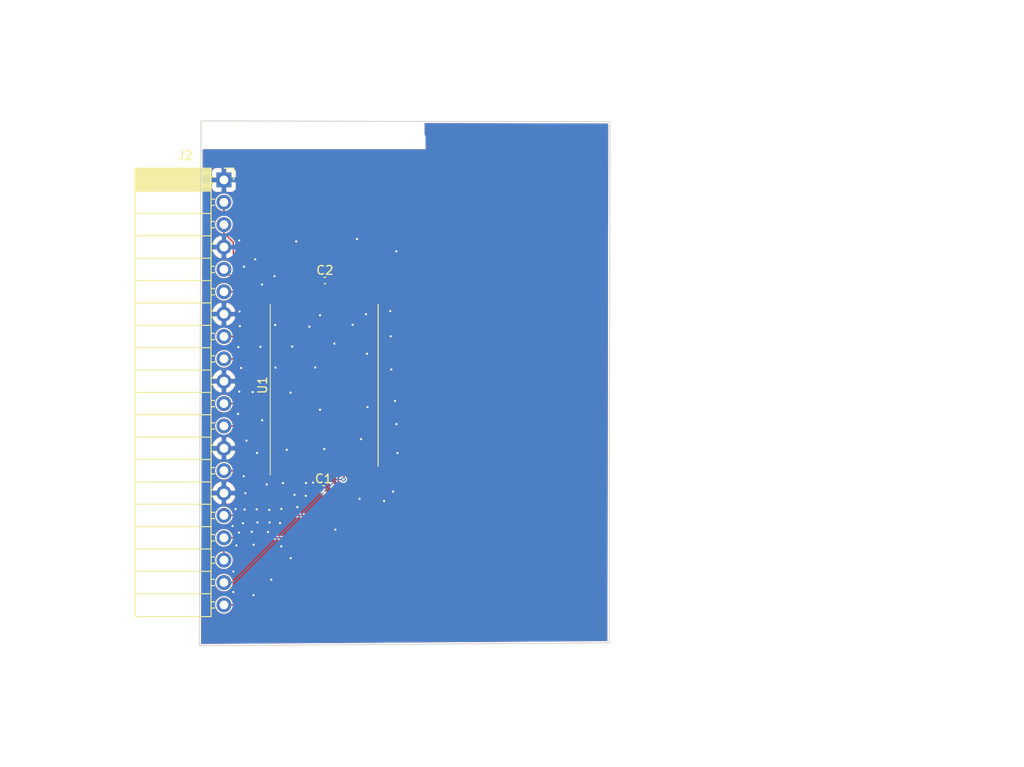
<source format=kicad_pcb>
(kicad_pcb (version 20171130) (host pcbnew 5.99.0+really5.1.10+dfsg1-1)

  (general
    (thickness 1.6)
    (drawings 4)
    (tracks 151)
    (zones 0)
    (modules 4)
    (nets 45)
  )

  (page A4)
  (layers
    (0 F.Cu signal)
    (31 B.Cu signal)
    (32 B.Adhes user)
    (33 F.Adhes user)
    (34 B.Paste user)
    (35 F.Paste user)
    (36 B.SilkS user)
    (37 F.SilkS user)
    (38 B.Mask user)
    (39 F.Mask user)
    (40 Dwgs.User user)
    (41 Cmts.User user)
    (42 Eco1.User user)
    (43 Eco2.User user)
    (44 Edge.Cuts user)
    (45 Margin user)
    (46 B.CrtYd user)
    (47 F.CrtYd user)
    (48 B.Fab user)
    (49 F.Fab user)
  )

  (setup
    (last_trace_width 0.15)
    (trace_clearance 0.15)
    (zone_clearance 0.508)
    (zone_45_only no)
    (trace_min 0.15)
    (via_size 0.5)
    (via_drill 0.25)
    (via_min_size 0.5)
    (via_min_drill 0.25)
    (uvia_size 0.3)
    (uvia_drill 0.1)
    (uvias_allowed no)
    (uvia_min_size 0.2)
    (uvia_min_drill 0.1)
    (edge_width 0.05)
    (segment_width 0.2)
    (pcb_text_width 0.3)
    (pcb_text_size 1.5 1.5)
    (mod_edge_width 0.12)
    (mod_text_size 1 1)
    (mod_text_width 0.15)
    (pad_size 1.524 1.524)
    (pad_drill 0.762)
    (pad_to_mask_clearance 0)
    (aux_axis_origin 0 0)
    (visible_elements FFFFFF7F)
    (pcbplotparams
      (layerselection 0x010f0_ffffffff)
      (usegerberextensions false)
      (usegerberattributes false)
      (usegerberadvancedattributes false)
      (creategerberjobfile false)
      (excludeedgelayer true)
      (linewidth 0.100000)
      (plotframeref false)
      (viasonmask false)
      (mode 1)
      (useauxorigin false)
      (hpglpennumber 1)
      (hpglpenspeed 20)
      (hpglpendiameter 15.000000)
      (psnegative false)
      (psa4output false)
      (plotreference true)
      (plotvalue true)
      (plotinvisibletext false)
      (padsonsilk false)
      (subtractmaskfromsilk false)
      (outputformat 1)
      (mirror false)
      (drillshape 0)
      (scaleselection 1)
      (outputdirectory "../gerber/"))
  )

  (net 0 "")
  (net 1 GND)
  (net 2 WP)
  (net 3 ALE)
  (net 4 RE)
  (net 5 WE)
  (net 6 CLE)
  (net 7 CE)
  (net 8 D0)
  (net 9 D1)
  (net 10 D2)
  (net 11 D3)
  (net 12 D4)
  (net 13 D5)
  (net 14 D6)
  (net 15 D7)
  (net 16 "Net-(U1-Pad48)")
  (net 17 "Net-(U1-Pad47)")
  (net 18 "Net-(U1-Pad46)")
  (net 19 "Net-(U1-Pad45)")
  (net 20 "Net-(U1-Pad40)")
  (net 21 "Net-(U1-Pad39)")
  (net 22 "Net-(U1-Pad38)")
  (net 23 "Net-(U1-Pad35)")
  (net 24 "Net-(U1-Pad34)")
  (net 25 "Net-(U1-Pad33)")
  (net 26 "Net-(U1-Pad28)")
  (net 27 "Net-(U1-Pad27)")
  (net 28 "Net-(U1-Pad26)")
  (net 29 "Net-(U1-Pad24)")
  (net 30 "Net-(U1-Pad23)")
  (net 31 "Net-(U1-Pad22)")
  (net 32 "Net-(U1-Pad21)")
  (net 33 "Net-(U1-Pad20)")
  (net 34 "Net-(U1-Pad15)")
  (net 35 "Net-(U1-Pad14)")
  (net 36 "Net-(U1-Pad11)")
  (net 37 "Net-(U1-Pad10)")
  (net 38 "Net-(U1-Pad6)")
  (net 39 "Net-(U1-Pad5)")
  (net 40 "Net-(U1-Pad4)")
  (net 41 "Net-(U1-Pad3)")
  (net 42 "Net-(U1-Pad2)")
  (net 43 "Net-(U1-Pad25)")
  (net 44 "Net-(U1-Pad1)")

  (net_class Default "This is the default net class."
    (clearance 0.15)
    (trace_width 0.15)
    (via_dia 0.5)
    (via_drill 0.25)
    (uvia_dia 0.3)
    (uvia_drill 0.1)
    (add_net ALE)
    (add_net CE)
    (add_net CLE)
    (add_net D0)
    (add_net D1)
    (add_net D2)
    (add_net D3)
    (add_net D4)
    (add_net D5)
    (add_net D6)
    (add_net D7)
    (add_net GND)
    (add_net "Net-(U1-Pad1)")
    (add_net "Net-(U1-Pad10)")
    (add_net "Net-(U1-Pad11)")
    (add_net "Net-(U1-Pad14)")
    (add_net "Net-(U1-Pad15)")
    (add_net "Net-(U1-Pad2)")
    (add_net "Net-(U1-Pad20)")
    (add_net "Net-(U1-Pad21)")
    (add_net "Net-(U1-Pad22)")
    (add_net "Net-(U1-Pad23)")
    (add_net "Net-(U1-Pad24)")
    (add_net "Net-(U1-Pad25)")
    (add_net "Net-(U1-Pad26)")
    (add_net "Net-(U1-Pad27)")
    (add_net "Net-(U1-Pad28)")
    (add_net "Net-(U1-Pad3)")
    (add_net "Net-(U1-Pad33)")
    (add_net "Net-(U1-Pad34)")
    (add_net "Net-(U1-Pad35)")
    (add_net "Net-(U1-Pad38)")
    (add_net "Net-(U1-Pad39)")
    (add_net "Net-(U1-Pad4)")
    (add_net "Net-(U1-Pad40)")
    (add_net "Net-(U1-Pad45)")
    (add_net "Net-(U1-Pad46)")
    (add_net "Net-(U1-Pad47)")
    (add_net "Net-(U1-Pad48)")
    (add_net "Net-(U1-Pad5)")
    (add_net "Net-(U1-Pad6)")
    (add_net RE)
    (add_net WE)
    (add_net WP)
  )

  (module Package_SO:TSOP-I-48_18.4x12mm_P0.5mm (layer F.Cu) (tedit 5A02F25C) (tstamp 60A57C03)
    (at 133.32 66.18 90)
    (descr "TSOP I, 32 pins, 18.4x8mm body (https://www.micron.com/~/media/documents/products/technical-note/nor-flash/tn1225_land_pad_design.pdf)")
    (tags "TSOP I 32")
    (path /60A46341)
    (attr smd)
    (fp_text reference U1 (at 0 -7 90) (layer F.SilkS)
      (effects (font (size 1 1) (thickness 0.15)))
    )
    (fp_text value MT29F1G08ABAEAWP (at 0 7 90) (layer F.Fab)
      (effects (font (size 1 1) (thickness 0.15)))
    )
    (fp_text user %R (at 0 0 90) (layer F.Fab)
      (effects (font (size 1 1) (thickness 0.15)))
    )
    (fp_line (start -10.55 6.25) (end -10.55 -6.25) (layer F.CrtYd) (width 0.05))
    (fp_line (start 10.55 6.25) (end -10.55 6.25) (layer F.CrtYd) (width 0.05))
    (fp_line (start 10.55 -6.25) (end 10.55 6.25) (layer F.CrtYd) (width 0.05))
    (fp_line (start -10.55 -6.25) (end 10.55 -6.25) (layer F.CrtYd) (width 0.05))
    (fp_line (start -9.2 6.12) (end 9.2 6.12) (layer F.SilkS) (width 0.12))
    (fp_line (start 9.2 -6.12) (end -10.2 -6.12) (layer F.SilkS) (width 0.1))
    (fp_line (start -8.2 -6) (end -9.2 -5) (layer F.Fab) (width 0.1))
    (fp_line (start 9.2 -6) (end 9.2 6) (layer F.Fab) (width 0.1))
    (fp_line (start 9.2 6) (end -9.2 6) (layer F.Fab) (width 0.1))
    (fp_line (start -9.2 6) (end -9.2 -5) (layer F.Fab) (width 0.1))
    (fp_line (start -8.2 -6) (end 9.2 -6) (layer F.Fab) (width 0.1))
    (pad 48 smd rect (at 9.75 -5.75 90) (size 1.1 0.25) (layers F.Cu F.Paste F.Mask)
      (net 16 "Net-(U1-Pad48)"))
    (pad 47 smd rect (at 9.75 -5.25 90) (size 1.1 0.25) (layers F.Cu F.Paste F.Mask)
      (net 17 "Net-(U1-Pad47)"))
    (pad 46 smd rect (at 9.75 -4.75 90) (size 1.1 0.25) (layers F.Cu F.Paste F.Mask)
      (net 18 "Net-(U1-Pad46)"))
    (pad 45 smd rect (at 9.75 -4.25 90) (size 1.1 0.25) (layers F.Cu F.Paste F.Mask)
      (net 19 "Net-(U1-Pad45)"))
    (pad 44 smd rect (at 9.75 -3.75 90) (size 1.1 0.25) (layers F.Cu F.Paste F.Mask)
      (net 15 D7))
    (pad 43 smd rect (at 9.75 -3.25 90) (size 1.1 0.25) (layers F.Cu F.Paste F.Mask)
      (net 14 D6))
    (pad 42 smd rect (at 9.75 -2.75 90) (size 1.1 0.25) (layers F.Cu F.Paste F.Mask)
      (net 13 D5))
    (pad 41 smd rect (at 9.75 -2.25 90) (size 1.1 0.25) (layers F.Cu F.Paste F.Mask)
      (net 12 D4))
    (pad 40 smd rect (at 9.75 -1.75 90) (size 1.1 0.25) (layers F.Cu F.Paste F.Mask)
      (net 20 "Net-(U1-Pad40)"))
    (pad 39 smd rect (at 9.75 -1.25 90) (size 1.1 0.25) (layers F.Cu F.Paste F.Mask)
      (net 21 "Net-(U1-Pad39)"))
    (pad 38 smd rect (at 9.75 -0.75 90) (size 1.1 0.25) (layers F.Cu F.Paste F.Mask)
      (net 22 "Net-(U1-Pad38)"))
    (pad 37 smd rect (at 9.75 -0.25 90) (size 1.1 0.25) (layers F.Cu F.Paste F.Mask)
      (net 2 WP))
    (pad 36 smd rect (at 9.75 0.25 90) (size 1.1 0.25) (layers F.Cu F.Paste F.Mask)
      (net 1 GND))
    (pad 35 smd rect (at 9.75 0.75 90) (size 1.1 0.25) (layers F.Cu F.Paste F.Mask)
      (net 23 "Net-(U1-Pad35)"))
    (pad 34 smd rect (at 9.75 1.25 90) (size 1.1 0.25) (layers F.Cu F.Paste F.Mask)
      (net 24 "Net-(U1-Pad34)"))
    (pad 33 smd rect (at 9.75 1.75 90) (size 1.1 0.25) (layers F.Cu F.Paste F.Mask)
      (net 25 "Net-(U1-Pad33)"))
    (pad 32 smd rect (at 9.75 2.25 90) (size 1.1 0.25) (layers F.Cu F.Paste F.Mask)
      (net 11 D3))
    (pad 31 smd rect (at 9.75 2.75 90) (size 1.1 0.25) (layers F.Cu F.Paste F.Mask)
      (net 10 D2))
    (pad 30 smd rect (at 9.75 3.25 90) (size 1.1 0.25) (layers F.Cu F.Paste F.Mask)
      (net 9 D1))
    (pad 29 smd rect (at 9.75 3.75 90) (size 1.1 0.25) (layers F.Cu F.Paste F.Mask)
      (net 8 D0))
    (pad 28 smd rect (at 9.75 4.25 90) (size 1.1 0.25) (layers F.Cu F.Paste F.Mask)
      (net 26 "Net-(U1-Pad28)"))
    (pad 27 smd rect (at 9.75 4.75 90) (size 1.1 0.25) (layers F.Cu F.Paste F.Mask)
      (net 27 "Net-(U1-Pad27)"))
    (pad 26 smd rect (at 9.75 5.25 90) (size 1.1 0.25) (layers F.Cu F.Paste F.Mask)
      (net 28 "Net-(U1-Pad26)"))
    (pad 24 smd rect (at -9.75 5.75 90) (size 1.1 0.25) (layers F.Cu F.Paste F.Mask)
      (net 29 "Net-(U1-Pad24)"))
    (pad 23 smd rect (at -9.75 5.25 90) (size 1.1 0.25) (layers F.Cu F.Paste F.Mask)
      (net 30 "Net-(U1-Pad23)"))
    (pad 22 smd rect (at -9.75 4.75 90) (size 1.1 0.25) (layers F.Cu F.Paste F.Mask)
      (net 31 "Net-(U1-Pad22)"))
    (pad 21 smd rect (at -9.75 4.25 90) (size 1.1 0.25) (layers F.Cu F.Paste F.Mask)
      (net 32 "Net-(U1-Pad21)"))
    (pad 20 smd rect (at -9.75 3.75 90) (size 1.1 0.25) (layers F.Cu F.Paste F.Mask)
      (net 33 "Net-(U1-Pad20)"))
    (pad 19 smd rect (at -9.75 3.25 90) (size 1.1 0.25) (layers F.Cu F.Paste F.Mask)
      (net 2 WP))
    (pad 18 smd rect (at -9.75 2.75 90) (size 1.1 0.25) (layers F.Cu F.Paste F.Mask)
      (net 5 WE))
    (pad 17 smd rect (at -9.75 2.25 90) (size 1.1 0.25) (layers F.Cu F.Paste F.Mask)
      (net 3 ALE))
    (pad 16 smd rect (at -9.75 1.75 90) (size 1.1 0.25) (layers F.Cu F.Paste F.Mask)
      (net 6 CLE))
    (pad 15 smd rect (at -9.75 1.25 90) (size 1.1 0.25) (layers F.Cu F.Paste F.Mask)
      (net 34 "Net-(U1-Pad15)"))
    (pad 14 smd rect (at -9.75 0.75 90) (size 1.1 0.25) (layers F.Cu F.Paste F.Mask)
      (net 35 "Net-(U1-Pad14)"))
    (pad 13 smd rect (at -9.75 0.25 90) (size 1.1 0.25) (layers F.Cu F.Paste F.Mask)
      (net 1 GND))
    (pad 12 smd rect (at -9.75 -0.25 90) (size 1.1 0.25) (layers F.Cu F.Paste F.Mask)
      (net 2 WP))
    (pad 11 smd rect (at -9.75 -0.75 90) (size 1.1 0.25) (layers F.Cu F.Paste F.Mask)
      (net 36 "Net-(U1-Pad11)"))
    (pad 10 smd rect (at -9.75 -1.25 90) (size 1.1 0.25) (layers F.Cu F.Paste F.Mask)
      (net 37 "Net-(U1-Pad10)"))
    (pad 9 smd rect (at -9.75 -1.75 90) (size 1.1 0.25) (layers F.Cu F.Paste F.Mask)
      (net 7 CE))
    (pad 8 smd rect (at -9.75 -2.25 90) (size 1.1 0.25) (layers F.Cu F.Paste F.Mask)
      (net 4 RE))
    (pad 7 smd rect (at -9.75 -2.75 90) (size 1.1 0.25) (layers F.Cu F.Paste F.Mask))
    (pad 6 smd rect (at -9.75 -3.25 90) (size 1.1 0.25) (layers F.Cu F.Paste F.Mask)
      (net 38 "Net-(U1-Pad6)"))
    (pad 5 smd rect (at -9.75 -3.75 90) (size 1.1 0.25) (layers F.Cu F.Paste F.Mask)
      (net 39 "Net-(U1-Pad5)"))
    (pad 4 smd rect (at -9.75 -4.25 90) (size 1.1 0.25) (layers F.Cu F.Paste F.Mask)
      (net 40 "Net-(U1-Pad4)"))
    (pad 3 smd rect (at -9.75 -4.75 90) (size 1.1 0.25) (layers F.Cu F.Paste F.Mask)
      (net 41 "Net-(U1-Pad3)"))
    (pad 2 smd rect (at -9.75 -5.25 90) (size 1.1 0.25) (layers F.Cu F.Paste F.Mask)
      (net 42 "Net-(U1-Pad2)"))
    (pad 25 smd rect (at 9.75 5.75 90) (size 1.1 0.25) (layers F.Cu F.Paste F.Mask)
      (net 43 "Net-(U1-Pad25)"))
    (pad 1 smd rect (at -9.75 -5.75 90) (size 1.1 0.25) (layers F.Cu F.Paste F.Mask)
      (net 44 "Net-(U1-Pad1)"))
    (model ${KISYS3DMOD}/Package_SO.3dshapes/TSOP-I-48_18.4x12mm_P0.5mm.wrl
      (at (xyz 0 0 0))
      (scale (xyz 1 1 1))
      (rotate (xyz 0 0 0))
    )
  )

  (module Connector_PinSocket_2.54mm:PinSocket_1x20_P2.54mm_Horizontal (layer F.Cu) (tedit 5A19A41C) (tstamp 60A57BC3)
    (at 121.94 42.87)
    (descr "Through hole angled socket strip, 1x20, 2.54mm pitch, 8.51mm socket length, single row (from Kicad 4.0.7), script generated")
    (tags "Through hole angled socket strip THT 1x20 2.54mm single row")
    (path /5EA6E6FC)
    (fp_text reference J2 (at -4.38 -2.77) (layer F.SilkS)
      (effects (font (size 1 1) (thickness 0.15)))
    )
    (fp_text value Conn_01x20_Male (at -4.38 51.03) (layer F.Fab)
      (effects (font (size 1 1) (thickness 0.15)))
    )
    (fp_text user %R (at -5.775 24.13 90) (layer F.Fab)
      (effects (font (size 1 1) (thickness 0.15)))
    )
    (fp_line (start -10.03 -1.27) (end -2.49 -1.27) (layer F.Fab) (width 0.1))
    (fp_line (start -2.49 -1.27) (end -1.52 -0.3) (layer F.Fab) (width 0.1))
    (fp_line (start -1.52 -0.3) (end -1.52 49.53) (layer F.Fab) (width 0.1))
    (fp_line (start -1.52 49.53) (end -10.03 49.53) (layer F.Fab) (width 0.1))
    (fp_line (start -10.03 49.53) (end -10.03 -1.27) (layer F.Fab) (width 0.1))
    (fp_line (start 0 -0.3) (end -1.52 -0.3) (layer F.Fab) (width 0.1))
    (fp_line (start -1.52 0.3) (end 0 0.3) (layer F.Fab) (width 0.1))
    (fp_line (start 0 0.3) (end 0 -0.3) (layer F.Fab) (width 0.1))
    (fp_line (start 0 2.24) (end -1.52 2.24) (layer F.Fab) (width 0.1))
    (fp_line (start -1.52 2.84) (end 0 2.84) (layer F.Fab) (width 0.1))
    (fp_line (start 0 2.84) (end 0 2.24) (layer F.Fab) (width 0.1))
    (fp_line (start 0 4.78) (end -1.52 4.78) (layer F.Fab) (width 0.1))
    (fp_line (start -1.52 5.38) (end 0 5.38) (layer F.Fab) (width 0.1))
    (fp_line (start 0 5.38) (end 0 4.78) (layer F.Fab) (width 0.1))
    (fp_line (start 0 7.32) (end -1.52 7.32) (layer F.Fab) (width 0.1))
    (fp_line (start -1.52 7.92) (end 0 7.92) (layer F.Fab) (width 0.1))
    (fp_line (start 0 7.92) (end 0 7.32) (layer F.Fab) (width 0.1))
    (fp_line (start 0 9.86) (end -1.52 9.86) (layer F.Fab) (width 0.1))
    (fp_line (start -1.52 10.46) (end 0 10.46) (layer F.Fab) (width 0.1))
    (fp_line (start 0 10.46) (end 0 9.86) (layer F.Fab) (width 0.1))
    (fp_line (start 0 12.4) (end -1.52 12.4) (layer F.Fab) (width 0.1))
    (fp_line (start -1.52 13) (end 0 13) (layer F.Fab) (width 0.1))
    (fp_line (start 0 13) (end 0 12.4) (layer F.Fab) (width 0.1))
    (fp_line (start 0 14.94) (end -1.52 14.94) (layer F.Fab) (width 0.1))
    (fp_line (start -1.52 15.54) (end 0 15.54) (layer F.Fab) (width 0.1))
    (fp_line (start 0 15.54) (end 0 14.94) (layer F.Fab) (width 0.1))
    (fp_line (start 0 17.48) (end -1.52 17.48) (layer F.Fab) (width 0.1))
    (fp_line (start -1.52 18.08) (end 0 18.08) (layer F.Fab) (width 0.1))
    (fp_line (start 0 18.08) (end 0 17.48) (layer F.Fab) (width 0.1))
    (fp_line (start 0 20.02) (end -1.52 20.02) (layer F.Fab) (width 0.1))
    (fp_line (start -1.52 20.62) (end 0 20.62) (layer F.Fab) (width 0.1))
    (fp_line (start 0 20.62) (end 0 20.02) (layer F.Fab) (width 0.1))
    (fp_line (start 0 22.56) (end -1.52 22.56) (layer F.Fab) (width 0.1))
    (fp_line (start -1.52 23.16) (end 0 23.16) (layer F.Fab) (width 0.1))
    (fp_line (start 0 23.16) (end 0 22.56) (layer F.Fab) (width 0.1))
    (fp_line (start 0 25.1) (end -1.52 25.1) (layer F.Fab) (width 0.1))
    (fp_line (start -1.52 25.7) (end 0 25.7) (layer F.Fab) (width 0.1))
    (fp_line (start 0 25.7) (end 0 25.1) (layer F.Fab) (width 0.1))
    (fp_line (start 0 27.64) (end -1.52 27.64) (layer F.Fab) (width 0.1))
    (fp_line (start -1.52 28.24) (end 0 28.24) (layer F.Fab) (width 0.1))
    (fp_line (start 0 28.24) (end 0 27.64) (layer F.Fab) (width 0.1))
    (fp_line (start 0 30.18) (end -1.52 30.18) (layer F.Fab) (width 0.1))
    (fp_line (start -1.52 30.78) (end 0 30.78) (layer F.Fab) (width 0.1))
    (fp_line (start 0 30.78) (end 0 30.18) (layer F.Fab) (width 0.1))
    (fp_line (start 0 32.72) (end -1.52 32.72) (layer F.Fab) (width 0.1))
    (fp_line (start -1.52 33.32) (end 0 33.32) (layer F.Fab) (width 0.1))
    (fp_line (start 0 33.32) (end 0 32.72) (layer F.Fab) (width 0.1))
    (fp_line (start 0 35.26) (end -1.52 35.26) (layer F.Fab) (width 0.1))
    (fp_line (start -1.52 35.86) (end 0 35.86) (layer F.Fab) (width 0.1))
    (fp_line (start 0 35.86) (end 0 35.26) (layer F.Fab) (width 0.1))
    (fp_line (start 0 37.8) (end -1.52 37.8) (layer F.Fab) (width 0.1))
    (fp_line (start -1.52 38.4) (end 0 38.4) (layer F.Fab) (width 0.1))
    (fp_line (start 0 38.4) (end 0 37.8) (layer F.Fab) (width 0.1))
    (fp_line (start 0 40.34) (end -1.52 40.34) (layer F.Fab) (width 0.1))
    (fp_line (start -1.52 40.94) (end 0 40.94) (layer F.Fab) (width 0.1))
    (fp_line (start 0 40.94) (end 0 40.34) (layer F.Fab) (width 0.1))
    (fp_line (start 0 42.88) (end -1.52 42.88) (layer F.Fab) (width 0.1))
    (fp_line (start -1.52 43.48) (end 0 43.48) (layer F.Fab) (width 0.1))
    (fp_line (start 0 43.48) (end 0 42.88) (layer F.Fab) (width 0.1))
    (fp_line (start 0 45.42) (end -1.52 45.42) (layer F.Fab) (width 0.1))
    (fp_line (start -1.52 46.02) (end 0 46.02) (layer F.Fab) (width 0.1))
    (fp_line (start 0 46.02) (end 0 45.42) (layer F.Fab) (width 0.1))
    (fp_line (start 0 47.96) (end -1.52 47.96) (layer F.Fab) (width 0.1))
    (fp_line (start -1.52 48.56) (end 0 48.56) (layer F.Fab) (width 0.1))
    (fp_line (start 0 48.56) (end 0 47.96) (layer F.Fab) (width 0.1))
    (fp_line (start -10.09 -1.21) (end -1.46 -1.21) (layer F.SilkS) (width 0.12))
    (fp_line (start -10.09 -1.091905) (end -1.46 -1.091905) (layer F.SilkS) (width 0.12))
    (fp_line (start -10.09 -0.97381) (end -1.46 -0.97381) (layer F.SilkS) (width 0.12))
    (fp_line (start -10.09 -0.855715) (end -1.46 -0.855715) (layer F.SilkS) (width 0.12))
    (fp_line (start -10.09 -0.73762) (end -1.46 -0.73762) (layer F.SilkS) (width 0.12))
    (fp_line (start -10.09 -0.619525) (end -1.46 -0.619525) (layer F.SilkS) (width 0.12))
    (fp_line (start -10.09 -0.50143) (end -1.46 -0.50143) (layer F.SilkS) (width 0.12))
    (fp_line (start -10.09 -0.383335) (end -1.46 -0.383335) (layer F.SilkS) (width 0.12))
    (fp_line (start -10.09 -0.26524) (end -1.46 -0.26524) (layer F.SilkS) (width 0.12))
    (fp_line (start -10.09 -0.147145) (end -1.46 -0.147145) (layer F.SilkS) (width 0.12))
    (fp_line (start -10.09 -0.02905) (end -1.46 -0.02905) (layer F.SilkS) (width 0.12))
    (fp_line (start -10.09 0.089045) (end -1.46 0.089045) (layer F.SilkS) (width 0.12))
    (fp_line (start -10.09 0.20714) (end -1.46 0.20714) (layer F.SilkS) (width 0.12))
    (fp_line (start -10.09 0.325235) (end -1.46 0.325235) (layer F.SilkS) (width 0.12))
    (fp_line (start -10.09 0.44333) (end -1.46 0.44333) (layer F.SilkS) (width 0.12))
    (fp_line (start -10.09 0.561425) (end -1.46 0.561425) (layer F.SilkS) (width 0.12))
    (fp_line (start -10.09 0.67952) (end -1.46 0.67952) (layer F.SilkS) (width 0.12))
    (fp_line (start -10.09 0.797615) (end -1.46 0.797615) (layer F.SilkS) (width 0.12))
    (fp_line (start -10.09 0.91571) (end -1.46 0.91571) (layer F.SilkS) (width 0.12))
    (fp_line (start -10.09 1.033805) (end -1.46 1.033805) (layer F.SilkS) (width 0.12))
    (fp_line (start -10.09 1.1519) (end -1.46 1.1519) (layer F.SilkS) (width 0.12))
    (fp_line (start -1.46 -0.36) (end -1.11 -0.36) (layer F.SilkS) (width 0.12))
    (fp_line (start -1.46 0.36) (end -1.11 0.36) (layer F.SilkS) (width 0.12))
    (fp_line (start -1.46 2.18) (end -1.05 2.18) (layer F.SilkS) (width 0.12))
    (fp_line (start -1.46 2.9) (end -1.05 2.9) (layer F.SilkS) (width 0.12))
    (fp_line (start -1.46 4.72) (end -1.05 4.72) (layer F.SilkS) (width 0.12))
    (fp_line (start -1.46 5.44) (end -1.05 5.44) (layer F.SilkS) (width 0.12))
    (fp_line (start -1.46 7.26) (end -1.05 7.26) (layer F.SilkS) (width 0.12))
    (fp_line (start -1.46 7.98) (end -1.05 7.98) (layer F.SilkS) (width 0.12))
    (fp_line (start -1.46 9.8) (end -1.05 9.8) (layer F.SilkS) (width 0.12))
    (fp_line (start -1.46 10.52) (end -1.05 10.52) (layer F.SilkS) (width 0.12))
    (fp_line (start -1.46 12.34) (end -1.05 12.34) (layer F.SilkS) (width 0.12))
    (fp_line (start -1.46 13.06) (end -1.05 13.06) (layer F.SilkS) (width 0.12))
    (fp_line (start -1.46 14.88) (end -1.05 14.88) (layer F.SilkS) (width 0.12))
    (fp_line (start -1.46 15.6) (end -1.05 15.6) (layer F.SilkS) (width 0.12))
    (fp_line (start -1.46 17.42) (end -1.05 17.42) (layer F.SilkS) (width 0.12))
    (fp_line (start -1.46 18.14) (end -1.05 18.14) (layer F.SilkS) (width 0.12))
    (fp_line (start -1.46 19.96) (end -1.05 19.96) (layer F.SilkS) (width 0.12))
    (fp_line (start -1.46 20.68) (end -1.05 20.68) (layer F.SilkS) (width 0.12))
    (fp_line (start -1.46 22.5) (end -1.05 22.5) (layer F.SilkS) (width 0.12))
    (fp_line (start -1.46 23.22) (end -1.05 23.22) (layer F.SilkS) (width 0.12))
    (fp_line (start -1.46 25.04) (end -1.05 25.04) (layer F.SilkS) (width 0.12))
    (fp_line (start -1.46 25.76) (end -1.05 25.76) (layer F.SilkS) (width 0.12))
    (fp_line (start -1.46 27.58) (end -1.05 27.58) (layer F.SilkS) (width 0.12))
    (fp_line (start -1.46 28.3) (end -1.05 28.3) (layer F.SilkS) (width 0.12))
    (fp_line (start -1.46 30.12) (end -1.05 30.12) (layer F.SilkS) (width 0.12))
    (fp_line (start -1.46 30.84) (end -1.05 30.84) (layer F.SilkS) (width 0.12))
    (fp_line (start -1.46 32.66) (end -1.05 32.66) (layer F.SilkS) (width 0.12))
    (fp_line (start -1.46 33.38) (end -1.05 33.38) (layer F.SilkS) (width 0.12))
    (fp_line (start -1.46 35.2) (end -1.05 35.2) (layer F.SilkS) (width 0.12))
    (fp_line (start -1.46 35.92) (end -1.05 35.92) (layer F.SilkS) (width 0.12))
    (fp_line (start -1.46 37.74) (end -1.05 37.74) (layer F.SilkS) (width 0.12))
    (fp_line (start -1.46 38.46) (end -1.05 38.46) (layer F.SilkS) (width 0.12))
    (fp_line (start -1.46 40.28) (end -1.05 40.28) (layer F.SilkS) (width 0.12))
    (fp_line (start -1.46 41) (end -1.05 41) (layer F.SilkS) (width 0.12))
    (fp_line (start -1.46 42.82) (end -1.05 42.82) (layer F.SilkS) (width 0.12))
    (fp_line (start -1.46 43.54) (end -1.05 43.54) (layer F.SilkS) (width 0.12))
    (fp_line (start -1.46 45.36) (end -1.05 45.36) (layer F.SilkS) (width 0.12))
    (fp_line (start -1.46 46.08) (end -1.05 46.08) (layer F.SilkS) (width 0.12))
    (fp_line (start -1.46 47.9) (end -1.05 47.9) (layer F.SilkS) (width 0.12))
    (fp_line (start -1.46 48.62) (end -1.05 48.62) (layer F.SilkS) (width 0.12))
    (fp_line (start -10.09 1.27) (end -1.46 1.27) (layer F.SilkS) (width 0.12))
    (fp_line (start -10.09 3.81) (end -1.46 3.81) (layer F.SilkS) (width 0.12))
    (fp_line (start -10.09 6.35) (end -1.46 6.35) (layer F.SilkS) (width 0.12))
    (fp_line (start -10.09 8.89) (end -1.46 8.89) (layer F.SilkS) (width 0.12))
    (fp_line (start -10.09 11.43) (end -1.46 11.43) (layer F.SilkS) (width 0.12))
    (fp_line (start -10.09 13.97) (end -1.46 13.97) (layer F.SilkS) (width 0.12))
    (fp_line (start -10.09 16.51) (end -1.46 16.51) (layer F.SilkS) (width 0.12))
    (fp_line (start -10.09 19.05) (end -1.46 19.05) (layer F.SilkS) (width 0.12))
    (fp_line (start -10.09 21.59) (end -1.46 21.59) (layer F.SilkS) (width 0.12))
    (fp_line (start -10.09 24.13) (end -1.46 24.13) (layer F.SilkS) (width 0.12))
    (fp_line (start -10.09 26.67) (end -1.46 26.67) (layer F.SilkS) (width 0.12))
    (fp_line (start -10.09 29.21) (end -1.46 29.21) (layer F.SilkS) (width 0.12))
    (fp_line (start -10.09 31.75) (end -1.46 31.75) (layer F.SilkS) (width 0.12))
    (fp_line (start -10.09 34.29) (end -1.46 34.29) (layer F.SilkS) (width 0.12))
    (fp_line (start -10.09 36.83) (end -1.46 36.83) (layer F.SilkS) (width 0.12))
    (fp_line (start -10.09 39.37) (end -1.46 39.37) (layer F.SilkS) (width 0.12))
    (fp_line (start -10.09 41.91) (end -1.46 41.91) (layer F.SilkS) (width 0.12))
    (fp_line (start -10.09 44.45) (end -1.46 44.45) (layer F.SilkS) (width 0.12))
    (fp_line (start -10.09 46.99) (end -1.46 46.99) (layer F.SilkS) (width 0.12))
    (fp_line (start -10.09 -1.33) (end -1.46 -1.33) (layer F.SilkS) (width 0.12))
    (fp_line (start -1.46 -1.33) (end -1.46 49.59) (layer F.SilkS) (width 0.12))
    (fp_line (start -10.09 49.59) (end -1.46 49.59) (layer F.SilkS) (width 0.12))
    (fp_line (start -10.09 -1.33) (end -10.09 49.59) (layer F.SilkS) (width 0.12))
    (fp_line (start 1.11 -1.33) (end 1.11 0) (layer F.SilkS) (width 0.12))
    (fp_line (start 0 -1.33) (end 1.11 -1.33) (layer F.SilkS) (width 0.12))
    (fp_line (start 1.75 -1.75) (end -10.55 -1.75) (layer F.CrtYd) (width 0.05))
    (fp_line (start -10.55 -1.75) (end -10.55 50.05) (layer F.CrtYd) (width 0.05))
    (fp_line (start -10.55 50.05) (end 1.75 50.05) (layer F.CrtYd) (width 0.05))
    (fp_line (start 1.75 50.05) (end 1.75 -1.75) (layer F.CrtYd) (width 0.05))
    (pad 20 thru_hole oval (at 0 48.26) (size 1.7 1.7) (drill 1) (layers *.Cu *.Mask)
      (net 2 WP))
    (pad 19 thru_hole oval (at 0 45.72) (size 1.7 1.7) (drill 1) (layers *.Cu *.Mask)
      (net 3 ALE))
    (pad 18 thru_hole oval (at 0 43.18) (size 1.7 1.7) (drill 1) (layers *.Cu *.Mask)
      (net 4 RE))
    (pad 17 thru_hole oval (at 0 40.64) (size 1.7 1.7) (drill 1) (layers *.Cu *.Mask)
      (net 5 WE))
    (pad 16 thru_hole oval (at 0 38.1) (size 1.7 1.7) (drill 1) (layers *.Cu *.Mask)
      (net 6 CLE))
    (pad 15 thru_hole oval (at 0 35.56) (size 1.7 1.7) (drill 1) (layers *.Cu *.Mask)
      (net 1 GND))
    (pad 14 thru_hole oval (at 0 33.02) (size 1.7 1.7) (drill 1) (layers *.Cu *.Mask)
      (net 7 CE))
    (pad 13 thru_hole oval (at 0 30.48) (size 1.7 1.7) (drill 1) (layers *.Cu *.Mask)
      (net 1 GND))
    (pad 12 thru_hole oval (at 0 27.94) (size 1.7 1.7) (drill 1) (layers *.Cu *.Mask)
      (net 8 D0))
    (pad 11 thru_hole oval (at 0 25.4) (size 1.7 1.7) (drill 1) (layers *.Cu *.Mask)
      (net 9 D1))
    (pad 10 thru_hole oval (at 0 22.86) (size 1.7 1.7) (drill 1) (layers *.Cu *.Mask)
      (net 1 GND))
    (pad 9 thru_hole oval (at 0 20.32) (size 1.7 1.7) (drill 1) (layers *.Cu *.Mask)
      (net 10 D2))
    (pad 8 thru_hole oval (at 0 17.78) (size 1.7 1.7) (drill 1) (layers *.Cu *.Mask)
      (net 11 D3))
    (pad 7 thru_hole oval (at 0 15.24) (size 1.7 1.7) (drill 1) (layers *.Cu *.Mask)
      (net 1 GND))
    (pad 6 thru_hole oval (at 0 12.7) (size 1.7 1.7) (drill 1) (layers *.Cu *.Mask)
      (net 12 D4))
    (pad 5 thru_hole oval (at 0 10.16) (size 1.7 1.7) (drill 1) (layers *.Cu *.Mask)
      (net 13 D5))
    (pad 4 thru_hole oval (at 0 7.62) (size 1.7 1.7) (drill 1) (layers *.Cu *.Mask)
      (net 1 GND))
    (pad 3 thru_hole oval (at 0 5.08) (size 1.7 1.7) (drill 1) (layers *.Cu *.Mask)
      (net 14 D6))
    (pad 2 thru_hole oval (at 0 2.54) (size 1.7 1.7) (drill 1) (layers *.Cu *.Mask)
      (net 15 D7))
    (pad 1 thru_hole rect (at 0 0) (size 1.7 1.7) (drill 1) (layers *.Cu *.Mask)
      (net 1 GND))
    (model ${KISYS3DMOD}/Connector_PinSocket_2.54mm.3dshapes/PinSocket_1x20_P2.54mm_Horizontal.wrl
      (at (xyz 0 0 0))
      (scale (xyz 1 1 1))
      (rotate (xyz 0 0 0))
    )
  )

  (module Capacitor_SMD:C_0402_1005Metric (layer F.Cu) (tedit 5F68FEEE) (tstamp 60A57B0F)
    (at 133.4 54.29)
    (descr "Capacitor SMD 0402 (1005 Metric), square (rectangular) end terminal, IPC_7351 nominal, (Body size source: IPC-SM-782 page 76, https://www.pcb-3d.com/wordpress/wp-content/uploads/ipc-sm-782a_amendment_1_and_2.pdf), generated with kicad-footprint-generator")
    (tags capacitor)
    (path /5EA6062B)
    (attr smd)
    (fp_text reference C2 (at 0 -1.16) (layer F.SilkS)
      (effects (font (size 1 1) (thickness 0.15)))
    )
    (fp_text value 4.7uF (at 0 1.16) (layer F.Fab)
      (effects (font (size 1 1) (thickness 0.15)))
    )
    (fp_text user %R (at 0 0) (layer F.Fab)
      (effects (font (size 0.25 0.25) (thickness 0.04)))
    )
    (fp_line (start -0.5 0.25) (end -0.5 -0.25) (layer F.Fab) (width 0.1))
    (fp_line (start -0.5 -0.25) (end 0.5 -0.25) (layer F.Fab) (width 0.1))
    (fp_line (start 0.5 -0.25) (end 0.5 0.25) (layer F.Fab) (width 0.1))
    (fp_line (start 0.5 0.25) (end -0.5 0.25) (layer F.Fab) (width 0.1))
    (fp_line (start -0.107836 -0.36) (end 0.107836 -0.36) (layer F.SilkS) (width 0.12))
    (fp_line (start -0.107836 0.36) (end 0.107836 0.36) (layer F.SilkS) (width 0.12))
    (fp_line (start -0.91 0.46) (end -0.91 -0.46) (layer F.CrtYd) (width 0.05))
    (fp_line (start -0.91 -0.46) (end 0.91 -0.46) (layer F.CrtYd) (width 0.05))
    (fp_line (start 0.91 -0.46) (end 0.91 0.46) (layer F.CrtYd) (width 0.05))
    (fp_line (start 0.91 0.46) (end -0.91 0.46) (layer F.CrtYd) (width 0.05))
    (pad 2 smd roundrect (at 0.48 0) (size 0.56 0.62) (layers F.Cu F.Paste F.Mask) (roundrect_rratio 0.25)
      (net 1 GND))
    (pad 1 smd roundrect (at -0.48 0) (size 0.56 0.62) (layers F.Cu F.Paste F.Mask) (roundrect_rratio 0.25)
      (net 2 WP))
    (model ${KISYS3DMOD}/Capacitor_SMD.3dshapes/C_0402_1005Metric.wrl
      (at (xyz 0 0 0))
      (scale (xyz 1 1 1))
      (rotate (xyz 0 0 0))
    )
  )

  (module Capacitor_SMD:C_0402_1005Metric (layer F.Cu) (tedit 5F68FEEE) (tstamp 60A57AFE)
    (at 133.25 77.96)
    (descr "Capacitor SMD 0402 (1005 Metric), square (rectangular) end terminal, IPC_7351 nominal, (Body size source: IPC-SM-782 page 76, https://www.pcb-3d.com/wordpress/wp-content/uploads/ipc-sm-782a_amendment_1_and_2.pdf), generated with kicad-footprint-generator")
    (tags capacitor)
    (path /5EA60079)
    (attr smd)
    (fp_text reference C1 (at 0 -1.16) (layer F.SilkS)
      (effects (font (size 1 1) (thickness 0.15)))
    )
    (fp_text value 0.1uF (at 0 1.16) (layer F.Fab)
      (effects (font (size 1 1) (thickness 0.15)))
    )
    (fp_text user %R (at 0 0) (layer F.Fab)
      (effects (font (size 0.25 0.25) (thickness 0.04)))
    )
    (fp_line (start -0.5 0.25) (end -0.5 -0.25) (layer F.Fab) (width 0.1))
    (fp_line (start -0.5 -0.25) (end 0.5 -0.25) (layer F.Fab) (width 0.1))
    (fp_line (start 0.5 -0.25) (end 0.5 0.25) (layer F.Fab) (width 0.1))
    (fp_line (start 0.5 0.25) (end -0.5 0.25) (layer F.Fab) (width 0.1))
    (fp_line (start -0.107836 -0.36) (end 0.107836 -0.36) (layer F.SilkS) (width 0.12))
    (fp_line (start -0.107836 0.36) (end 0.107836 0.36) (layer F.SilkS) (width 0.12))
    (fp_line (start -0.91 0.46) (end -0.91 -0.46) (layer F.CrtYd) (width 0.05))
    (fp_line (start -0.91 -0.46) (end 0.91 -0.46) (layer F.CrtYd) (width 0.05))
    (fp_line (start 0.91 -0.46) (end 0.91 0.46) (layer F.CrtYd) (width 0.05))
    (fp_line (start 0.91 0.46) (end -0.91 0.46) (layer F.CrtYd) (width 0.05))
    (pad 2 smd roundrect (at 0.48 0) (size 0.56 0.62) (layers F.Cu F.Paste F.Mask) (roundrect_rratio 0.25)
      (net 1 GND))
    (pad 1 smd roundrect (at -0.48 0) (size 0.56 0.62) (layers F.Cu F.Paste F.Mask) (roundrect_rratio 0.25)
      (net 2 WP))
    (model ${KISYS3DMOD}/Capacitor_SMD.3dshapes/C_0402_1005Metric.wrl
      (at (xyz 0 0 0))
      (scale (xyz 1 1 1))
      (rotate (xyz 0 0 0))
    )
  )

  (gr_line (start 119.34 36.17) (end 165.75 36.27) (layer Edge.Cuts) (width 0.1))
  (gr_line (start 119.15 95.76) (end 119.34 36.17) (layer Edge.Cuts) (width 0.1))
  (gr_line (start 165.66 95.43) (end 119.15 95.76) (layer Edge.Cuts) (width 0.1))
  (gr_line (start 165.75 36.27) (end 165.66 95.43) (layer Edge.Cuts) (width 0.1))

  (via (at 138.05 58.12) (size 0.5) (drill 0.25) (layers F.Cu B.Cu) (net 1))
  (via (at 138.18 62.61) (size 0.5) (drill 0.25) (layers F.Cu B.Cu) (net 1))
  (via (at 138.23 68.67) (size 0.5) (drill 0.25) (layers F.Cu B.Cu) (net 1))
  (via (at 137.51 72.31) (size 0.5) (drill 0.25) (layers F.Cu B.Cu) (net 1))
  (via (at 133.33 73.43) (size 0.5) (drill 0.25) (layers F.Cu B.Cu) (net 1))
  (via (at 129.07 73.52) (size 0.5) (drill 0.25) (layers F.Cu B.Cu) (net 1))
  (via (at 125.7 73.88) (size 0.5) (drill 0.25) (layers F.Cu B.Cu) (net 1))
  (via (at 131.25 77.29) (size 0.5) (drill 0.25) (layers F.Cu B.Cu) (net 1))
  (via (at 131.23 78.74) (size 0.5) (drill 0.25) (layers F.Cu B.Cu) (net 1))
  (via (at 130.28 80.02) (size 0.5) (drill 0.25) (layers F.Cu B.Cu) (net 1))
  (via (at 128.31 81.84) (size 0.5) (drill 0.25) (layers F.Cu B.Cu) (net 1))
  (via (at 126.94 82.85) (size 0.5) (drill 0.25) (layers F.Cu B.Cu) (net 1))
  (via (at 125.1 82.83) (size 0.5) (drill 0.25) (layers F.Cu B.Cu) (net 1))
  (via (at 123.65 82.92) (size 0.5) (drill 0.25) (layers F.Cu B.Cu) (net 1))
  (via (at 122.93 82.18) (size 0.5) (drill 0.25) (layers F.Cu B.Cu) (net 1))
  (via (at 124.1 81.86) (size 0.5) (drill 0.25) (layers F.Cu B.Cu) (net 1))
  (via (at 125.75 81.77) (size 0.5) (drill 0.25) (layers F.Cu B.Cu) (net 1))
  (via (at 127.12 81.77) (size 0.5) (drill 0.25) (layers F.Cu B.Cu) (net 1))
  (via (at 123.26 80.25) (size 0.5) (drill 0.25) (layers F.Cu B.Cu) (net 1))
  (via (at 124.28 80.3) (size 0.5) (drill 0.25) (layers F.Cu B.Cu) (net 1))
  (via (at 125.66 80.28) (size 0.5) (drill 0.25) (layers F.Cu B.Cu) (net 1))
  (via (at 127.09 80.34) (size 0.5) (drill 0.25) (layers F.Cu B.Cu) (net 1))
  (via (at 128.46 80.23) (size 0.5) (drill 0.25) (layers F.Cu B.Cu) (net 1))
  (via (at 129.95 78.63) (size 0.5) (drill 0.25) (layers F.Cu B.Cu) (net 1))
  (via (at 132.05 77.24) (size 0.5) (drill 0.25) (layers F.Cu B.Cu) (net 1))
  (segment (start 133.73 78.27) (end 132.91 79.09) (width 0.15) (layer F.Cu) (net 1))
  (segment (start 133.73 77.96) (end 133.73 78.27) (width 0.15) (layer F.Cu) (net 1))
  (segment (start 132.91 79.09) (end 132.57 79.09) (width 0.15) (layer F.Cu) (net 1))
  (via (at 140.82 57.77) (size 0.5) (drill 0.25) (layers F.Cu B.Cu) (net 1))
  (via (at 140.87 60.63) (size 0.5) (drill 0.25) (layers F.Cu B.Cu) (net 1))
  (via (at 140.93 64.4) (size 0.5) (drill 0.25) (layers F.Cu B.Cu) (net 1))
  (via (at 141.36 67.96) (size 0.5) (drill 0.25) (layers F.Cu B.Cu) (net 1))
  (via (at 141.52 70.6) (size 0.5) (drill 0.25) (layers F.Cu B.Cu) (net 1))
  (via (at 141.63 73.89) (size 0.5) (drill 0.25) (layers F.Cu B.Cu) (net 1))
  (via (at 141.14 78.26) (size 0.5) (drill 0.25) (layers F.Cu B.Cu) (net 1))
  (via (at 140.12 79.33) (size 0.5) (drill 0.25) (layers F.Cu B.Cu) (net 1))
  (via (at 141.51 50.98) (size 0.5) (drill 0.25) (layers F.Cu B.Cu) (net 1))
  (via (at 137.04 49.58) (size 0.5) (drill 0.25) (layers F.Cu B.Cu) (net 1))
  (via (at 130.14 49.86) (size 0.5) (drill 0.25) (layers F.Cu B.Cu) (net 1))
  (via (at 123.67 49.75) (size 0.5) (drill 0.25) (layers F.Cu B.Cu) (net 1))
  (via (at 125.49 51.89) (size 0.5) (drill 0.25) (layers F.Cu B.Cu) (net 1))
  (via (at 127.68 53.8) (size 0.5) (drill 0.25) (layers F.Cu B.Cu) (net 1))
  (via (at 126.25 54.75) (size 0.5) (drill 0.25) (layers F.Cu B.Cu) (net 1))
  (via (at 124.21 52.72) (size 0.5) (drill 0.25) (layers F.Cu B.Cu) (net 1))
  (via (at 136.55 59.32) (size 0.5) (drill 0.25) (layers F.Cu B.Cu) (net 1))
  (via (at 134.47 61.46) (size 0.5) (drill 0.25) (layers F.Cu B.Cu) (net 1))
  (via (at 132.31 64.17) (size 0.5) (drill 0.25) (layers F.Cu B.Cu) (net 1))
  (via (at 129.51 67.03) (size 0.5) (drill 0.25) (layers F.Cu B.Cu) (net 1))
  (via (at 126.28 70.16) (size 0.5) (drill 0.25) (layers F.Cu B.Cu) (net 1))
  (via (at 124.5 72.47) (size 0.5) (drill 0.25) (layers F.Cu B.Cu) (net 1))
  (via (at 132.85 68.97) (size 0.5) (drill 0.25) (layers F.Cu B.Cu) (net 1))
  (via (at 132.85 58.24) (size 0.5) (drill 0.25) (layers F.Cu B.Cu) (net 1))
  (via (at 131.64 59.54) (size 0.5) (drill 0.25) (layers F.Cu B.Cu) (net 1))
  (via (at 127.76 59.34) (size 0.5) (drill 0.25) (layers F.Cu B.Cu) (net 1))
  (via (at 123.75 59.47) (size 0.5) (drill 0.25) (layers F.Cu B.Cu) (net 1))
  (via (at 123.71 57.81) (size 0.5) (drill 0.25) (layers F.Cu B.Cu) (net 1))
  (via (at 123.58 61.86) (size 0.5) (drill 0.25) (layers F.Cu B.Cu) (net 1))
  (via (at 126.09 61.83) (size 0.5) (drill 0.25) (layers F.Cu B.Cu) (net 1))
  (via (at 129.69 61.79) (size 0.5) (drill 0.25) (layers F.Cu B.Cu) (net 1))
  (via (at 127.79 64.18) (size 0.5) (drill 0.25) (layers F.Cu B.Cu) (net 1))
  (via (at 125.21 66.96) (size 0.5) (drill 0.25) (layers F.Cu B.Cu) (net 1))
  (via (at 123.68 66.91) (size 0.5) (drill 0.25) (layers F.Cu B.Cu) (net 1))
  (via (at 123.89 64.23) (size 0.5) (drill 0.25) (layers F.Cu B.Cu) (net 1))
  (via (at 123.54 69.44) (size 0.5) (drill 0.25) (layers F.Cu B.Cu) (net 1))
  (via (at 124.18 76.52) (size 0.5) (drill 0.25) (layers F.Cu B.Cu) (net 1))
  (via (at 126.8 77.45) (size 0.5) (drill 0.25) (layers F.Cu B.Cu) (net 1))
  (via (at 124.37 78.45) (size 0.5) (drill 0.25) (layers F.Cu B.Cu) (net 1))
  (via (at 128.64 77.3) (size 0.5) (drill 0.25) (layers F.Cu B.Cu) (net 1))
  (via (at 128.45 84.48) (size 0.5) (drill 0.25) (layers F.Cu B.Cu) (net 1))
  (via (at 123.36 84.38) (size 0.5) (drill 0.25) (layers F.Cu B.Cu) (net 1))
  (via (at 125.31 84.3) (size 0.5) (drill 0.25) (layers F.Cu B.Cu) (net 1))
  (via (at 123.02 87.34) (size 0.5) (drill 0.25) (layers F.Cu B.Cu) (net 1))
  (via (at 123.01 89.67) (size 0.5) (drill 0.25) (layers F.Cu B.Cu) (net 1))
  (via (at 129.52 85.82) (size 0.5) (drill 0.25) (layers F.Cu B.Cu) (net 1))
  (via (at 125.29 90.03) (size 0.5) (drill 0.25) (layers F.Cu B.Cu) (net 1))
  (via (at 127.31 88.27) (size 0.5) (drill 0.25) (layers F.Cu B.Cu) (net 1))
  (via (at 134.59 82.58) (size 0.5) (drill 0.25) (layers F.Cu B.Cu) (net 1))
  (via (at 137.33 79.08) (size 0.5) (drill 0.25) (layers F.Cu B.Cu) (net 1))
  (segment (start 133.6774 55.0473) (end 132.92 54.29) (width 0.15) (layer F.Cu) (net 2))
  (segment (start 136.57 75.1547) (end 139.4204 72.3043) (width 0.15) (layer F.Cu) (net 2))
  (segment (start 139.4204 72.3043) (end 139.4204 55.7584) (width 0.15) (layer F.Cu) (net 2))
  (segment (start 139.4204 55.7584) (end 138.8493 55.1873) (width 0.15) (layer F.Cu) (net 2))
  (segment (start 138.8493 55.1873) (end 133.8173 55.1873) (width 0.15) (layer F.Cu) (net 2))
  (segment (start 133.8173 55.1873) (end 133.6774 55.0473) (width 0.15) (layer F.Cu) (net 2))
  (segment (start 133.6774 55.0473) (end 133.07 55.6547) (width 0.15) (layer F.Cu) (net 2))
  (segment (start 133.07 56.43) (end 133.07 55.6547) (width 0.15) (layer F.Cu) (net 2))
  (segment (start 133.07 75.1547) (end 136.57 75.1547) (width 0.15) (layer F.Cu) (net 2))
  (segment (start 136.57 75.93) (end 136.57 75.1547) (width 0.15) (layer F.Cu) (net 2))
  (segment (start 133.07 75.93) (end 133.07 75.1547) (width 0.15) (layer F.Cu) (net 2))
  (segment (start 132.77 77.96) (end 133.07 77.66) (width 0.15) (layer F.Cu) (net 2))
  (segment (start 133.07 77.66) (end 133.07 75.93) (width 0.15) (layer F.Cu) (net 2))
  (segment (start 121.94 91.13) (end 123.0153 91.13) (width 0.15) (layer F.Cu) (net 2))
  (segment (start 123.0153 91.13) (end 136.57 77.5753) (width 0.15) (layer F.Cu) (net 2))
  (segment (start 136.57 77.5753) (end 136.57 75.93) (width 0.15) (layer F.Cu) (net 2))
  (segment (start 121.94 88.59) (end 123.0153 88.59) (width 0.15) (layer B.Cu) (net 3))
  (segment (start 135.5111 76.8812) (end 135.57 76.8223) (width 0.15) (layer F.Cu) (net 3))
  (segment (start 135.57 76.8223) (end 135.57 75.93) (width 0.15) (layer F.Cu) (net 3))
  (segment (start 123.0153 88.59) (end 134.7241 76.8812) (width 0.15) (layer B.Cu) (net 3))
  (segment (start 134.7241 76.8812) (end 135.5111 76.8812) (width 0.15) (layer B.Cu) (net 3))
  (via (at 135.5111 76.8812) (size 0.5) (layers F.Cu B.Cu) (net 3))
  (segment (start 131.07 75.93) (end 131.07 76.7053) (width 0.15) (layer F.Cu) (net 4))
  (segment (start 121.94 86.05) (end 121.94 84.9747) (width 0.15) (layer F.Cu) (net 4))
  (segment (start 121.94 84.9747) (end 121.8056 84.9747) (width 0.15) (layer F.Cu) (net 4))
  (segment (start 121.8056 84.9747) (end 120.8638 84.0329) (width 0.15) (layer F.Cu) (net 4))
  (segment (start 120.8638 84.0329) (end 120.8638 80.5131) (width 0.15) (layer F.Cu) (net 4))
  (segment (start 120.8638 80.5131) (end 121.6769 79.7) (width 0.15) (layer F.Cu) (net 4))
  (segment (start 121.6769 79.7) (end 128.0753 79.7) (width 0.15) (layer F.Cu) (net 4))
  (segment (start 128.0753 79.7) (end 131.07 76.7053) (width 0.15) (layer F.Cu) (net 4))
  (segment (start 121.94 83.51) (end 129.5546 83.51) (width 0.15) (layer F.Cu) (net 5))
  (segment (start 129.5546 83.51) (end 136.07 76.9946) (width 0.15) (layer F.Cu) (net 5))
  (segment (start 136.07 76.9946) (end 136.07 75.93) (width 0.15) (layer F.Cu) (net 5))
  (segment (start 121.94 80.97) (end 131.5547 80.97) (width 0.15) (layer F.Cu) (net 6))
  (segment (start 131.5547 80.97) (end 134.9204 77.6043) (width 0.15) (layer F.Cu) (net 6))
  (segment (start 134.9204 77.6043) (end 134.9204 76.0796) (width 0.15) (layer F.Cu) (net 6))
  (segment (start 134.9204 76.0796) (end 135.07 75.93) (width 0.15) (layer F.Cu) (net 6))
  (segment (start 131.57 75.93) (end 131.57 75.1547) (width 0.15) (layer F.Cu) (net 7))
  (segment (start 121.94 75.89) (end 123.0153 75.89) (width 0.15) (layer F.Cu) (net 7))
  (segment (start 123.0153 75.89) (end 123.7506 75.1547) (width 0.15) (layer F.Cu) (net 7))
  (segment (start 123.7506 75.1547) (end 131.57 75.1547) (width 0.15) (layer F.Cu) (net 7))
  (segment (start 137.07 56.43) (end 137.07 57.2053) (width 0.15) (layer F.Cu) (net 8))
  (segment (start 121.94 70.81) (end 123.4653 70.81) (width 0.15) (layer F.Cu) (net 8))
  (segment (start 123.4653 70.81) (end 137.07 57.2053) (width 0.15) (layer F.Cu) (net 8))
  (segment (start 136.57 56.43) (end 136.57 57.2053) (width 0.15) (layer F.Cu) (net 9))
  (segment (start 121.94 68.27) (end 125.5053 68.27) (width 0.15) (layer F.Cu) (net 9))
  (segment (start 125.5053 68.27) (end 136.57 57.2053) (width 0.15) (layer F.Cu) (net 9))
  (segment (start 136.07 56.43) (end 136.07 57.2053) (width 0.15) (layer F.Cu) (net 10))
  (segment (start 121.94 63.19) (end 130.0853 63.19) (width 0.15) (layer F.Cu) (net 10))
  (segment (start 130.0853 63.19) (end 136.07 57.2053) (width 0.15) (layer F.Cu) (net 10))
  (segment (start 135.57 56.43) (end 135.57 57.2053) (width 0.15) (layer F.Cu) (net 11))
  (segment (start 121.94 60.65) (end 132.1253 60.65) (width 0.15) (layer F.Cu) (net 11))
  (segment (start 132.1253 60.65) (end 135.57 57.2053) (width 0.15) (layer F.Cu) (net 11))
  (segment (start 131.07 56.43) (end 131.07 57.2053) (width 0.15) (layer F.Cu) (net 12))
  (segment (start 121.94 55.57) (end 123.0153 55.57) (width 0.15) (layer F.Cu) (net 12))
  (segment (start 123.0153 55.57) (end 125.2769 57.8316) (width 0.15) (layer F.Cu) (net 12))
  (segment (start 125.2769 57.8316) (end 130.4437 57.8316) (width 0.15) (layer F.Cu) (net 12))
  (segment (start 130.4437 57.8316) (end 131.07 57.2053) (width 0.15) (layer F.Cu) (net 12))
  (segment (start 130.57 56.43) (end 130.57 57.2053) (width 0.15) (layer F.Cu) (net 13))
  (segment (start 121.94 53.03) (end 126.4413 57.5313) (width 0.15) (layer F.Cu) (net 13))
  (segment (start 126.4413 57.5313) (end 130.244 57.5313) (width 0.15) (layer F.Cu) (net 13))
  (segment (start 130.244 57.5313) (end 130.57 57.2053) (width 0.15) (layer F.Cu) (net 13))
  (segment (start 130.07 56.43) (end 130.07 57.2053) (width 0.15) (layer F.Cu) (net 14))
  (segment (start 121.94 47.95) (end 121.94 49.0253) (width 0.15) (layer F.Cu) (net 14))
  (segment (start 121.94 49.0253) (end 122.0745 49.0253) (width 0.15) (layer F.Cu) (net 14))
  (segment (start 122.0745 49.0253) (end 123.0153 49.9661) (width 0.15) (layer F.Cu) (net 14))
  (segment (start 123.0153 49.9661) (end 123.0153 52.8852) (width 0.15) (layer F.Cu) (net 14))
  (segment (start 123.0153 52.8852) (end 127.3354 57.2053) (width 0.15) (layer F.Cu) (net 14))
  (segment (start 127.3354 57.2053) (end 130.07 57.2053) (width 0.15) (layer F.Cu) (net 14))
  (segment (start 121.94 45.41) (end 121.94 46.4853) (width 0.15) (layer F.Cu) (net 15))
  (segment (start 121.94 46.4853) (end 122.0744 46.4853) (width 0.15) (layer F.Cu) (net 15))
  (segment (start 122.0744 46.4853) (end 129.57 53.9809) (width 0.15) (layer F.Cu) (net 15))
  (segment (start 129.57 53.9809) (end 129.57 56.43) (width 0.15) (layer F.Cu) (net 15))

  (zone (net 1) (net_name GND) (layer F.Cu) (tstamp 5EA6A68B) (hatch edge 0.508)
    (connect_pads (clearance 0.15))
    (min_thickness 0.15)
    (fill yes (arc_segments 32) (thermal_gap 0.508) (thermal_bridge_width 0.508))
    (polygon
      (pts
        (xy 193.15 101.87) (xy 100.82 102.43) (xy 101.75 28.8) (xy 186.62 27.63)
      )
    )
    (filled_polygon
      (pts
        (xy 165.474582 36.544407) (xy 165.385415 95.156942) (xy 119.425884 95.483036) (xy 119.448199 88.484122) (xy 120.865 88.484122)
        (xy 120.865 88.695878) (xy 120.906312 88.903566) (xy 120.987348 89.099203) (xy 121.104993 89.275272) (xy 121.254728 89.425007)
        (xy 121.430797 89.542652) (xy 121.626434 89.623688) (xy 121.834122 89.665) (xy 122.045878 89.665) (xy 122.253566 89.623688)
        (xy 122.449203 89.542652) (xy 122.625272 89.425007) (xy 122.775007 89.275272) (xy 122.892652 89.099203) (xy 122.973688 88.903566)
        (xy 123.015 88.695878) (xy 123.015 88.484122) (xy 122.973688 88.276434) (xy 122.892652 88.080797) (xy 122.775007 87.904728)
        (xy 122.625272 87.754993) (xy 122.449203 87.637348) (xy 122.253566 87.556312) (xy 122.045878 87.515) (xy 121.834122 87.515)
        (xy 121.626434 87.556312) (xy 121.430797 87.637348) (xy 121.254728 87.754993) (xy 121.104993 87.904728) (xy 120.987348 88.080797)
        (xy 120.906312 88.276434) (xy 120.865 88.484122) (xy 119.448199 88.484122) (xy 119.473614 80.5131) (xy 120.56235 80.5131)
        (xy 120.563801 80.527833) (xy 120.5638 84.018177) (xy 120.56235 84.0329) (xy 120.5638 84.047623) (xy 120.5638 84.047632)
        (xy 120.568141 84.091709) (xy 120.585296 84.148259) (xy 120.585297 84.14826) (xy 120.613153 84.200377) (xy 120.630158 84.221098)
        (xy 120.650642 84.246058) (xy 120.66209 84.255453) (xy 121.482548 85.075912) (xy 121.430797 85.097348) (xy 121.254728 85.214993)
        (xy 121.104993 85.364728) (xy 120.987348 85.540797) (xy 120.906312 85.736434) (xy 120.865 85.944122) (xy 120.865 86.155878)
        (xy 120.906312 86.363566) (xy 120.987348 86.559203) (xy 121.104993 86.735272) (xy 121.254728 86.885007) (xy 121.430797 87.002652)
        (xy 121.626434 87.083688) (xy 121.834122 87.125) (xy 122.045878 87.125) (xy 122.253566 87.083688) (xy 122.449203 87.002652)
        (xy 122.625272 86.885007) (xy 122.775007 86.735272) (xy 122.892652 86.559203) (xy 122.973688 86.363566) (xy 123.015 86.155878)
        (xy 123.015 85.944122) (xy 122.973688 85.736434) (xy 122.892652 85.540797) (xy 122.775007 85.364728) (xy 122.625272 85.214993)
        (xy 122.449203 85.097348) (xy 122.253566 85.016312) (xy 122.24 85.013614) (xy 122.24 84.989433) (xy 122.241451 84.9747)
        (xy 122.235659 84.91589) (xy 122.218504 84.85934) (xy 122.190647 84.807223) (xy 122.153158 84.761542) (xy 122.107477 84.724053)
        (xy 122.05536 84.696196) (xy 121.99881 84.679041) (xy 121.954733 84.6747) (xy 121.94 84.673249) (xy 121.929452 84.674288)
        (xy 121.840164 84.585) (xy 122.045878 84.585) (xy 122.253566 84.543688) (xy 122.449203 84.462652) (xy 122.625272 84.345007)
        (xy 122.775007 84.195272) (xy 122.892652 84.019203) (xy 122.973688 83.823566) (xy 122.976386 83.81) (xy 129.539877 83.81)
        (xy 129.5546 83.81145) (xy 129.569323 83.81) (xy 129.569333 83.81) (xy 129.61341 83.805659) (xy 129.66996 83.788504)
        (xy 129.722077 83.760647) (xy 129.767758 83.723158) (xy 129.777153 83.71171) (xy 136.27 77.218864) (xy 136.27 77.451036)
        (xy 122.953453 90.767584) (xy 122.892652 90.620797) (xy 122.775007 90.444728) (xy 122.625272 90.294993) (xy 122.449203 90.177348)
        (xy 122.253566 90.096312) (xy 122.045878 90.055) (xy 121.834122 90.055) (xy 121.626434 90.096312) (xy 121.430797 90.177348)
        (xy 121.254728 90.294993) (xy 121.104993 90.444728) (xy 120.987348 90.620797) (xy 120.906312 90.816434) (xy 120.865 91.024122)
        (xy 120.865 91.235878) (xy 120.906312 91.443566) (xy 120.987348 91.639203) (xy 121.104993 91.815272) (xy 121.254728 91.965007)
        (xy 121.430797 92.082652) (xy 121.626434 92.163688) (xy 121.834122 92.205) (xy 122.045878 92.205) (xy 122.253566 92.163688)
        (xy 122.449203 92.082652) (xy 122.625272 91.965007) (xy 122.775007 91.815272) (xy 122.892652 91.639203) (xy 122.973688 91.443566)
        (xy 122.976386 91.43) (xy 123.000577 91.43) (xy 123.0153 91.43145) (xy 123.030023 91.43) (xy 123.030033 91.43)
        (xy 123.07411 91.425659) (xy 123.13066 91.408504) (xy 123.182777 91.380647) (xy 123.228458 91.343158) (xy 123.237853 91.33171)
        (xy 136.771717 77.797847) (xy 136.783158 77.788458) (xy 136.79255 77.777014) (xy 136.820647 77.742778) (xy 136.848504 77.69066)
        (xy 136.848504 77.690659) (xy 136.865659 77.63411) (xy 136.87 77.590033) (xy 136.87 77.59003) (xy 136.871451 77.5753)
        (xy 136.87 77.56057) (xy 136.87 76.692373) (xy 136.900892 76.701744) (xy 136.945 76.706088) (xy 137.195 76.706088)
        (xy 137.239108 76.701744) (xy 137.28152 76.688878) (xy 137.32 76.66831) (xy 137.35848 76.688878) (xy 137.400892 76.701744)
        (xy 137.445 76.706088) (xy 137.695 76.706088) (xy 137.739108 76.701744) (xy 137.78152 76.688878) (xy 137.82 76.66831)
        (xy 137.85848 76.688878) (xy 137.900892 76.701744) (xy 137.945 76.706088) (xy 138.195 76.706088) (xy 138.239108 76.701744)
        (xy 138.28152 76.688878) (xy 138.32 76.66831) (xy 138.35848 76.688878) (xy 138.400892 76.701744) (xy 138.445 76.706088)
        (xy 138.695 76.706088) (xy 138.739108 76.701744) (xy 138.78152 76.688878) (xy 138.82 76.66831) (xy 138.85848 76.688878)
        (xy 138.900892 76.701744) (xy 138.945 76.706088) (xy 139.195 76.706088) (xy 139.239108 76.701744) (xy 139.28152 76.688878)
        (xy 139.320608 76.667985) (xy 139.354868 76.639868) (xy 139.382985 76.605608) (xy 139.403878 76.56652) (xy 139.416744 76.524108)
        (xy 139.421088 76.48) (xy 139.421088 75.38) (xy 139.416744 75.335892) (xy 139.403878 75.29348) (xy 139.382985 75.254392)
        (xy 139.354868 75.220132) (xy 139.320608 75.192015) (xy 139.28152 75.171122) (xy 139.239108 75.158256) (xy 139.195 75.153912)
        (xy 138.945 75.153912) (xy 138.900892 75.158256) (xy 138.85848 75.171122) (xy 138.82 75.19169) (xy 138.78152 75.171122)
        (xy 138.739108 75.158256) (xy 138.695 75.153912) (xy 138.445 75.153912) (xy 138.400892 75.158256) (xy 138.35848 75.171122)
        (xy 138.32 75.19169) (xy 138.28152 75.171122) (xy 138.239108 75.158256) (xy 138.195 75.153912) (xy 137.945 75.153912)
        (xy 137.900892 75.158256) (xy 137.85848 75.171122) (xy 137.82 75.19169) (xy 137.78152 75.171122) (xy 137.739108 75.158256)
        (xy 137.695 75.153912) (xy 137.445 75.153912) (xy 137.400892 75.158256) (xy 137.35848 75.171122) (xy 137.32 75.19169)
        (xy 137.28152 75.171122) (xy 137.239108 75.158256) (xy 137.195 75.153912) (xy 136.995051 75.153912) (xy 139.622117 72.526847)
        (xy 139.633558 72.517458) (xy 139.642949 72.506015) (xy 139.671047 72.471778) (xy 139.698903 72.419661) (xy 139.698904 72.41966)
        (xy 139.716059 72.36311) (xy 139.7204 72.319033) (xy 139.7204 72.319024) (xy 139.72185 72.304301) (xy 139.7204 72.289578)
        (xy 139.7204 55.773122) (xy 139.72185 55.758399) (xy 139.7204 55.743676) (xy 139.7204 55.743667) (xy 139.716059 55.69959)
        (xy 139.698904 55.64304) (xy 139.673702 55.59589) (xy 139.671047 55.590922) (xy 139.642949 55.556685) (xy 139.633558 55.545242)
        (xy 139.622115 55.535851) (xy 139.071853 54.98559) (xy 139.062458 54.974142) (xy 139.016777 54.936653) (xy 138.96466 54.908796)
        (xy 138.90811 54.891641) (xy 138.864033 54.8873) (xy 138.864023 54.8873) (xy 138.8493 54.88585) (xy 138.834577 54.8873)
        (xy 134.668525 54.8873) (xy 134.709188 54.80391) (xy 134.738416 54.692851) (xy 134.743 54.61475) (xy 134.59725 54.469)
        (xy 134.059 54.469) (xy 134.059 54.489) (xy 133.701 54.489) (xy 133.701 54.469) (xy 133.681 54.469)
        (xy 133.681 54.111) (xy 133.701 54.111) (xy 133.701 53.54275) (xy 134.059 53.54275) (xy 134.059 54.111)
        (xy 134.59725 54.111) (xy 134.743 53.96525) (xy 134.738416 53.887149) (xy 134.709188 53.77609) (xy 134.658854 53.672867)
        (xy 134.58935 53.581447) (xy 134.503346 53.505343) (xy 134.404148 53.44748) (xy 134.295567 53.410081) (xy 134.20475 53.397)
        (xy 134.059 53.54275) (xy 133.701 53.54275) (xy 133.55525 53.397) (xy 133.464433 53.410081) (xy 133.355852 53.44748)
        (xy 133.256654 53.505343) (xy 133.17065 53.581447) (xy 133.101146 53.672867) (xy 133.061552 53.754065) (xy 133.06 53.753912)
        (xy 132.78 53.753912) (xy 132.70858 53.760946) (xy 132.639904 53.781779) (xy 132.576612 53.815609) (xy 132.521137 53.861137)
        (xy 132.475609 53.916612) (xy 132.441779 53.979904) (xy 132.420946 54.04858) (xy 132.413912 54.12) (xy 132.413912 54.46)
        (xy 132.420946 54.53142) (xy 132.441779 54.600096) (xy 132.475609 54.663388) (xy 132.521137 54.718863) (xy 132.576612 54.764391)
        (xy 132.639904 54.798221) (xy 132.70858 54.819054) (xy 132.78 54.826088) (xy 133.031867 54.826088) (xy 133.089941 54.884154)
        (xy 133.101146 54.907133) (xy 133.17065 54.998553) (xy 133.240274 55.060162) (xy 132.868285 55.432152) (xy 132.856843 55.441542)
        (xy 132.847452 55.452985) (xy 132.847451 55.452986) (xy 132.819353 55.487223) (xy 132.791497 55.53934) (xy 132.774342 55.59589)
        (xy 132.76855 55.6547) (xy 132.769818 55.667572) (xy 132.739108 55.658256) (xy 132.695 55.653912) (xy 132.445 55.653912)
        (xy 132.400892 55.658256) (xy 132.35848 55.671122) (xy 132.32 55.69169) (xy 132.28152 55.671122) (xy 132.239108 55.658256)
        (xy 132.195 55.653912) (xy 131.945 55.653912) (xy 131.900892 55.658256) (xy 131.85848 55.671122) (xy 131.82 55.69169)
        (xy 131.78152 55.671122) (xy 131.739108 55.658256) (xy 131.695 55.653912) (xy 131.445 55.653912) (xy 131.400892 55.658256)
        (xy 131.35848 55.671122) (xy 131.32 55.69169) (xy 131.28152 55.671122) (xy 131.239108 55.658256) (xy 131.195 55.653912)
        (xy 130.945 55.653912) (xy 130.900892 55.658256) (xy 130.85848 55.671122) (xy 130.82 55.69169) (xy 130.78152 55.671122)
        (xy 130.739108 55.658256) (xy 130.695 55.653912) (xy 130.445 55.653912) (xy 130.400892 55.658256) (xy 130.35848 55.671122)
        (xy 130.32 55.69169) (xy 130.28152 55.671122) (xy 130.239108 55.658256) (xy 130.195 55.653912) (xy 129.945 55.653912)
        (xy 129.900892 55.658256) (xy 129.87 55.667627) (xy 129.87 53.995622) (xy 129.87145 53.980899) (xy 129.87 53.966176)
        (xy 129.87 53.966167) (xy 129.865659 53.92209) (xy 129.848504 53.86554) (xy 129.835536 53.841279) (xy 129.820647 53.813422)
        (xy 129.792549 53.779185) (xy 129.783158 53.767742) (xy 129.771717 53.758353) (xy 122.397451 46.384088) (xy 122.449203 46.362652)
        (xy 122.625272 46.245007) (xy 122.775007 46.095272) (xy 122.892652 45.919203) (xy 122.973688 45.723566) (xy 123.015 45.515878)
        (xy 123.015 45.304122) (xy 122.973688 45.096434) (xy 122.892652 44.900797) (xy 122.775007 44.724728) (xy 122.625272 44.574993)
        (xy 122.449203 44.457348) (xy 122.253566 44.376312) (xy 122.045878 44.335) (xy 121.834122 44.335) (xy 121.626434 44.376312)
        (xy 121.430797 44.457348) (xy 121.254728 44.574993) (xy 121.104993 44.724728) (xy 120.987348 44.900797) (xy 120.906312 45.096434)
        (xy 120.865 45.304122) (xy 120.865 45.515878) (xy 120.906312 45.723566) (xy 120.987348 45.919203) (xy 121.104993 46.095272)
        (xy 121.254728 46.245007) (xy 121.430797 46.362652) (xy 121.626434 46.443688) (xy 121.640001 46.446387) (xy 121.640001 46.470557)
        (xy 121.638549 46.4853) (xy 121.644341 46.54411) (xy 121.661496 46.60066) (xy 121.689353 46.652777) (xy 121.726842 46.698458)
        (xy 121.772523 46.735947) (xy 121.82464 46.763804) (xy 121.88119 46.780959) (xy 121.925267 46.7853) (xy 121.94 46.786751)
        (xy 121.950549 46.785712) (xy 122.039837 46.875) (xy 121.834122 46.875) (xy 121.626434 46.916312) (xy 121.430797 46.997348)
        (xy 121.254728 47.114993) (xy 121.104993 47.264728) (xy 120.987348 47.440797) (xy 120.906312 47.636434) (xy 120.865 47.844122)
        (xy 120.865 48.055878) (xy 120.906312 48.263566) (xy 120.987348 48.459203) (xy 121.104993 48.635272) (xy 121.254728 48.785007)
        (xy 121.430797 48.902652) (xy 121.626434 48.983688) (xy 121.640001 48.986387) (xy 121.640001 49.010557) (xy 121.638549 49.0253)
        (xy 121.644341 49.08411) (xy 121.661496 49.14066) (xy 121.681283 49.177678) (xy 121.540788 49.113723) (xy 121.27996 49.21805)
        (xy 121.044497 49.371258) (xy 120.843448 49.567458) (xy 120.684539 49.799111) (xy 120.573877 50.057315) (xy 120.56373 50.090789)
        (xy 120.665256 50.311) (xy 121.761 50.311) (xy 121.761 50.291) (xy 122.119 50.291) (xy 122.119 50.311)
        (xy 122.7153 50.311) (xy 122.7153 50.669) (xy 122.119 50.669) (xy 122.119 51.766033) (xy 122.339212 51.866277)
        (xy 122.60004 51.76195) (xy 122.715301 51.686954) (xy 122.715301 52.285022) (xy 122.625272 52.194993) (xy 122.449203 52.077348)
        (xy 122.253566 51.996312) (xy 122.045878 51.955) (xy 121.834122 51.955) (xy 121.626434 51.996312) (xy 121.430797 52.077348)
        (xy 121.254728 52.194993) (xy 121.104993 52.344728) (xy 120.987348 52.520797) (xy 120.906312 52.716434) (xy 120.865 52.924122)
        (xy 120.865 53.135878) (xy 120.906312 53.343566) (xy 120.987348 53.539203) (xy 121.104993 53.715272) (xy 121.254728 53.865007)
        (xy 121.430797 53.982652) (xy 121.626434 54.063688) (xy 121.834122 54.105) (xy 122.045878 54.105) (xy 122.253566 54.063688)
        (xy 122.449203 53.982652) (xy 122.460704 53.974967) (xy 126.017336 57.5316) (xy 125.401164 57.5316) (xy 123.237853 55.36829)
        (xy 123.228458 55.356842) (xy 123.182777 55.319353) (xy 123.13066 55.291496) (xy 123.07411 55.274341) (xy 123.030033 55.27)
        (xy 123.030023 55.27) (xy 123.0153 55.26855) (xy 123.000577 55.27) (xy 122.976386 55.27) (xy 122.973688 55.256434)
        (xy 122.892652 55.060797) (xy 122.775007 54.884728) (xy 122.625272 54.734993) (xy 122.449203 54.617348) (xy 122.253566 54.536312)
        (xy 122.045878 54.495) (xy 121.834122 54.495) (xy 121.626434 54.536312) (xy 121.430797 54.617348) (xy 121.254728 54.734993)
        (xy 121.104993 54.884728) (xy 120.987348 55.060797) (xy 120.906312 55.256434) (xy 120.865 55.464122) (xy 120.865 55.675878)
        (xy 120.906312 55.883566) (xy 120.987348 56.079203) (xy 121.104993 56.255272) (xy 121.254728 56.405007) (xy 121.430797 56.522652)
        (xy 121.626434 56.603688) (xy 121.834122 56.645) (xy 122.045878 56.645) (xy 122.253566 56.603688) (xy 122.449203 56.522652)
        (xy 122.625272 56.405007) (xy 122.775007 56.255272) (xy 122.892652 56.079203) (xy 122.953453 55.932416) (xy 125.054351 58.033315)
        (xy 125.063742 58.044758) (xy 125.075185 58.054149) (xy 125.109422 58.082247) (xy 125.137279 58.097136) (xy 125.16154 58.110104)
        (xy 125.21809 58.127259) (xy 125.262167 58.1316) (xy 125.262176 58.1316) (xy 125.276899 58.13305) (xy 125.291622 58.1316)
        (xy 130.428977 58.1316) (xy 130.4437 58.13305) (xy 130.458423 58.1316) (xy 130.458433 58.1316) (xy 130.50251 58.127259)
        (xy 130.55906 58.110104) (xy 130.611177 58.082247) (xy 130.656858 58.044758) (xy 130.666253 58.03331) (xy 131.271715 57.427849)
        (xy 131.283158 57.418458) (xy 131.29255 57.407014) (xy 131.320647 57.372778) (xy 131.348503 57.320661) (xy 131.348504 57.32066)
        (xy 131.365659 57.26411) (xy 131.37 57.220033) (xy 131.37 57.220023) (xy 131.37145 57.2053) (xy 131.370182 57.192428)
        (xy 131.400892 57.201744) (xy 131.445 57.206088) (xy 131.695 57.206088) (xy 131.739108 57.201744) (xy 131.78152 57.188878)
        (xy 131.82 57.16831) (xy 131.85848 57.188878) (xy 131.900892 57.201744) (xy 131.945 57.206088) (xy 132.195 57.206088)
        (xy 132.239108 57.201744) (xy 132.28152 57.188878) (xy 132.32 57.16831) (xy 132.35848 57.188878) (xy 132.400892 57.201744)
        (xy 132.445 57.206088) (xy 132.695 57.206088) (xy 132.739108 57.201744) (xy 132.78152 57.188878) (xy 132.82 57.16831)
        (xy 132.85848 57.188878) (xy 132.900892 57.201744) (xy 132.904893 57.202138) (xy 132.944668 57.284719) (xy 133.013729 57.376474)
        (xy 133.099364 57.452993) (xy 133.198282 57.511335) (xy 133.306681 57.549257) (xy 133.37425 57.563) (xy 133.52 57.41725)
        (xy 133.52 56.609) (xy 133.445 56.609) (xy 133.445 56.251) (xy 133.52 56.251) (xy 133.52 56.231)
        (xy 133.62 56.231) (xy 133.62 56.251) (xy 133.695 56.251) (xy 133.695 56.609) (xy 133.62 56.609)
        (xy 133.62 57.41725) (xy 133.76575 57.563) (xy 133.833319 57.549257) (xy 133.941718 57.511335) (xy 134.040636 57.452993)
        (xy 134.126271 57.376474) (xy 134.195332 57.284719) (xy 134.235107 57.202138) (xy 134.239108 57.201744) (xy 134.28152 57.188878)
        (xy 134.32 57.16831) (xy 134.35848 57.188878) (xy 134.400892 57.201744) (xy 134.445 57.206088) (xy 134.695 57.206088)
        (xy 134.739108 57.201744) (xy 134.78152 57.188878) (xy 134.82 57.16831) (xy 134.85848 57.188878) (xy 134.900892 57.201744)
        (xy 134.945 57.206088) (xy 135.144948 57.206088) (xy 132.001037 60.35) (xy 122.976386 60.35) (xy 122.973688 60.336434)
        (xy 122.892652 60.140797) (xy 122.775007 59.964728) (xy 122.625272 59.814993) (xy 122.449203 59.697348) (xy 122.253566 59.616312)
        (xy 122.045878 59.575) (xy 121.834122 59.575) (xy 121.626434 59.616312) (xy 121.430797 59.697348) (xy 121.254728 59.814993)
        (xy 121.104993 59.964728) (xy 120.987348 60.140797) (xy 120.906312 60.336434) (xy 120.865 60.544122) (xy 120.865 60.755878)
        (xy 120.906312 60.963566) (xy 120.987348 61.159203) (xy 121.104993 61.335272) (xy 121.254728 61.485007) (xy 121.430797 61.602652)
        (xy 121.626434 61.683688) (xy 121.834122 61.725) (xy 122.045878 61.725) (xy 122.253566 61.683688) (xy 122.449203 61.602652)
        (xy 122.625272 61.485007) (xy 122.775007 61.335272) (xy 122.892652 61.159203) (xy 122.973688 60.963566) (xy 122.976386 60.95)
        (xy 131.901037 60.95) (xy 129.961037 62.89) (xy 122.976386 62.89) (xy 122.973688 62.876434) (xy 122.892652 62.680797)
        (xy 122.775007 62.504728) (xy 122.625272 62.354993) (xy 122.449203 62.237348) (xy 122.253566 62.156312) (xy 122.045878 62.115)
        (xy 121.834122 62.115) (xy 121.626434 62.156312) (xy 121.430797 62.237348) (xy 121.254728 62.354993) (xy 121.104993 62.504728)
        (xy 120.987348 62.680797) (xy 120.906312 62.876434) (xy 120.865 63.084122) (xy 120.865 63.295878) (xy 120.906312 63.503566)
        (xy 120.987348 63.699203) (xy 121.104993 63.875272) (xy 121.254728 64.025007) (xy 121.430797 64.142652) (xy 121.626434 64.223688)
        (xy 121.834122 64.265) (xy 122.045878 64.265) (xy 122.253566 64.223688) (xy 122.449203 64.142652) (xy 122.625272 64.025007)
        (xy 122.775007 63.875272) (xy 122.892652 63.699203) (xy 122.973688 63.503566) (xy 122.976386 63.49) (xy 129.861037 63.49)
        (xy 125.381037 67.97) (xy 122.976386 67.97) (xy 122.973688 67.956434) (xy 122.892652 67.760797) (xy 122.775007 67.584728)
        (xy 122.625272 67.434993) (xy 122.449203 67.317348) (xy 122.253566 67.236312) (xy 122.045878 67.195) (xy 121.834122 67.195)
        (xy 121.626434 67.236312) (xy 121.430797 67.317348) (xy 121.254728 67.434993) (xy 121.104993 67.584728) (xy 120.987348 67.760797)
        (xy 120.906312 67.956434) (xy 120.865 68.164122) (xy 120.865 68.375878) (xy 120.906312 68.583566) (xy 120.987348 68.779203)
        (xy 121.104993 68.955272) (xy 121.254728 69.105007) (xy 121.430797 69.222652) (xy 121.626434 69.303688) (xy 121.834122 69.345)
        (xy 122.045878 69.345) (xy 122.253566 69.303688) (xy 122.449203 69.222652) (xy 122.625272 69.105007) (xy 122.775007 68.955272)
        (xy 122.892652 68.779203) (xy 122.973688 68.583566) (xy 122.976386 68.57) (xy 125.281037 68.57) (xy 123.341037 70.51)
        (xy 122.976386 70.51) (xy 122.973688 70.496434) (xy 122.892652 70.300797) (xy 122.775007 70.124728) (xy 122.625272 69.974993)
        (xy 122.449203 69.857348) (xy 122.253566 69.776312) (xy 122.045878 69.735) (xy 121.834122 69.735) (xy 121.626434 69.776312)
        (xy 121.430797 69.857348) (xy 121.254728 69.974993) (xy 121.104993 70.124728) (xy 120.987348 70.300797) (xy 120.906312 70.496434)
        (xy 120.865 70.704122) (xy 120.865 70.915878) (xy 120.906312 71.123566) (xy 120.987348 71.319203) (xy 121.104993 71.495272)
        (xy 121.254728 71.645007) (xy 121.430797 71.762652) (xy 121.626434 71.843688) (xy 121.834122 71.885) (xy 122.045878 71.885)
        (xy 122.253566 71.843688) (xy 122.449203 71.762652) (xy 122.625272 71.645007) (xy 122.775007 71.495272) (xy 122.892652 71.319203)
        (xy 122.973688 71.123566) (xy 122.976386 71.11) (xy 123.450577 71.11) (xy 123.4653 71.11145) (xy 123.480023 71.11)
        (xy 123.480033 71.11) (xy 123.52411 71.105659) (xy 123.58066 71.088504) (xy 123.632777 71.060647) (xy 123.678458 71.023158)
        (xy 123.687853 71.01171) (xy 137.271715 57.427849) (xy 137.283158 57.418458) (xy 137.29255 57.407014) (xy 137.320647 57.372778)
        (xy 137.348503 57.320661) (xy 137.348504 57.32066) (xy 137.365659 57.26411) (xy 137.37 57.220033) (xy 137.37 57.220024)
        (xy 137.37145 57.205301) (xy 137.370182 57.192428) (xy 137.400892 57.201744) (xy 137.445 57.206088) (xy 137.695 57.206088)
        (xy 137.739108 57.201744) (xy 137.78152 57.188878) (xy 137.82 57.16831) (xy 137.85848 57.188878) (xy 137.900892 57.201744)
        (xy 137.945 57.206088) (xy 138.195 57.206088) (xy 138.239108 57.201744) (xy 138.28152 57.188878) (xy 138.32 57.16831)
        (xy 138.35848 57.188878) (xy 138.400892 57.201744) (xy 138.445 57.206088) (xy 138.695 57.206088) (xy 138.739108 57.201744)
        (xy 138.78152 57.188878) (xy 138.82 57.16831) (xy 138.85848 57.188878) (xy 138.900892 57.201744) (xy 138.945 57.206088)
        (xy 139.120401 57.206088) (xy 139.1204 72.180036) (xy 136.445737 74.8547) (xy 133.95195 74.8547) (xy 133.941718 74.848665)
        (xy 133.833319 74.810743) (xy 133.76575 74.797) (xy 133.70805 74.8547) (xy 133.43195 74.8547) (xy 133.37425 74.797)
        (xy 133.306681 74.810743) (xy 133.198282 74.848665) (xy 133.18805 74.8547) (xy 133.084733 74.8547) (xy 133.07 74.853249)
        (xy 133.055267 74.8547) (xy 133.01119 74.859041) (xy 132.95464 74.876196) (xy 132.902523 74.904053) (xy 132.856842 74.941542)
        (xy 132.819353 74.987223) (xy 132.791496 75.03934) (xy 132.774341 75.09589) (xy 132.768549 75.1547) (xy 132.769817 75.167572)
        (xy 132.739108 75.158256) (xy 132.695 75.153912) (xy 132.445 75.153912) (xy 132.400892 75.158256) (xy 132.35848 75.171122)
        (xy 132.32 75.19169) (xy 132.28152 75.171122) (xy 132.239108 75.158256) (xy 132.195 75.153912) (xy 131.945 75.153912)
        (xy 131.900892 75.158256) (xy 131.870183 75.167572) (xy 131.871451 75.1547) (xy 131.865659 75.09589) (xy 131.848504 75.03934)
        (xy 131.820647 74.987223) (xy 131.783158 74.941542) (xy 131.737477 74.904053) (xy 131.68536 74.876196) (xy 131.62881 74.859041)
        (xy 131.584733 74.8547) (xy 131.57 74.853249) (xy 131.555267 74.8547) (xy 123.765322 74.8547) (xy 123.750599 74.85325)
        (xy 123.735876 74.8547) (xy 123.735867 74.8547) (xy 123.69179 74.859041) (xy 123.63524 74.876196) (xy 123.610979 74.889164)
        (xy 123.583122 74.904053) (xy 123.579523 74.907007) (xy 123.537442 74.941542) (xy 123.528051 74.952985) (xy 122.953453 75.527583)
        (xy 122.892652 75.380797) (xy 122.775007 75.204728) (xy 122.625272 75.054993) (xy 122.449203 74.937348) (xy 122.253566 74.856312)
        (xy 122.045878 74.815) (xy 121.834122 74.815) (xy 121.626434 74.856312) (xy 121.430797 74.937348) (xy 121.254728 75.054993)
        (xy 121.104993 75.204728) (xy 120.987348 75.380797) (xy 120.906312 75.576434) (xy 120.865 75.784122) (xy 120.865 75.995878)
        (xy 120.906312 76.203566) (xy 120.987348 76.399203) (xy 121.104993 76.575272) (xy 121.254728 76.725007) (xy 121.430797 76.842652)
        (xy 121.626434 76.923688) (xy 121.834122 76.965) (xy 122.045878 76.965) (xy 122.253566 76.923688) (xy 122.449203 76.842652)
        (xy 122.625272 76.725007) (xy 122.775007 76.575272) (xy 122.892652 76.399203) (xy 122.973688 76.203566) (xy 122.976386 76.19)
        (xy 123.000577 76.19) (xy 123.0153 76.19145) (xy 123.030023 76.19) (xy 123.030033 76.19) (xy 123.07411 76.185659)
        (xy 123.13066 76.168504) (xy 123.182777 76.140647) (xy 123.228458 76.103158) (xy 123.237853 76.09171) (xy 123.874864 75.4547)
        (xy 127.218912 75.4547) (xy 127.218912 76.48) (xy 127.223256 76.524108) (xy 127.236122 76.56652) (xy 127.257015 76.605608)
        (xy 127.285132 76.639868) (xy 127.319392 76.667985) (xy 127.35848 76.688878) (xy 127.400892 76.701744) (xy 127.445 76.706088)
        (xy 127.695 76.706088) (xy 127.739108 76.701744) (xy 127.78152 76.688878) (xy 127.82 76.66831) (xy 127.85848 76.688878)
        (xy 127.900892 76.701744) (xy 127.945 76.706088) (xy 128.195 76.706088) (xy 128.239108 76.701744) (xy 128.28152 76.688878)
        (xy 128.32 76.66831) (xy 128.35848 76.688878) (xy 128.400892 76.701744) (xy 128.445 76.706088) (xy 128.695 76.706088)
        (xy 128.739108 76.701744) (xy 128.78152 76.688878) (xy 128.82 76.66831) (xy 128.85848 76.688878) (xy 128.900892 76.701744)
        (xy 128.945 76.706088) (xy 129.195 76.706088) (xy 129.239108 76.701744) (xy 129.28152 76.688878) (xy 129.32 76.66831)
        (xy 129.35848 76.688878) (xy 129.400892 76.701744) (xy 129.445 76.706088) (xy 129.695 76.706088) (xy 129.739108 76.701744)
        (xy 129.78152 76.688878) (xy 129.82 76.66831) (xy 129.85848 76.688878) (xy 129.900892 76.701744) (xy 129.945 76.706088)
        (xy 130.195 76.706088) (xy 130.239108 76.701744) (xy 130.28152 76.688878) (xy 130.32 76.66831) (xy 130.35848 76.688878)
        (xy 130.400892 76.701744) (xy 130.445 76.706088) (xy 130.644948 76.706088) (xy 127.951037 79.4) (xy 122.987921 79.4)
        (xy 123.036552 79.352542) (xy 123.195461 79.120889) (xy 123.306123 78.862685) (xy 123.31627 78.829211) (xy 123.214744 78.609)
        (xy 122.119 78.609) (xy 122.119 78.629) (xy 121.761 78.629) (xy 121.761 78.609) (xy 120.665256 78.609)
        (xy 120.56373 78.829211) (xy 120.573877 78.862685) (xy 120.684539 79.120889) (xy 120.843448 79.352542) (xy 121.044497 79.548742)
        (xy 121.262226 79.690411) (xy 120.662085 80.290552) (xy 120.650643 80.299942) (xy 120.641252 80.311385) (xy 120.641251 80.311386)
        (xy 120.613153 80.345623) (xy 120.585297 80.39774) (xy 120.568142 80.45429) (xy 120.56235 80.5131) (xy 119.473614 80.5131)
        (xy 119.481528 78.030789) (xy 120.56373 78.030789) (xy 120.665256 78.251) (xy 121.761 78.251) (xy 121.761 77.153967)
        (xy 122.119 77.153967) (xy 122.119 78.251) (xy 123.214744 78.251) (xy 123.31627 78.030789) (xy 123.306123 77.997315)
        (xy 123.195461 77.739111) (xy 123.036552 77.507458) (xy 122.835503 77.311258) (xy 122.60004 77.15805) (xy 122.339212 77.053723)
        (xy 122.119 77.153967) (xy 121.761 77.153967) (xy 121.540788 77.053723) (xy 121.27996 77.15805) (xy 121.044497 77.311258)
        (xy 120.843448 77.507458) (xy 120.684539 77.739111) (xy 120.573877 77.997315) (xy 120.56373 78.030789) (xy 119.481528 78.030789)
        (xy 119.495179 73.749211) (xy 120.56373 73.749211) (xy 120.573877 73.782685) (xy 120.684539 74.040889) (xy 120.843448 74.272542)
        (xy 121.044497 74.468742) (xy 121.27996 74.62195) (xy 121.540788 74.726277) (xy 121.761 74.626033) (xy 121.761 73.529)
        (xy 122.119 73.529) (xy 122.119 74.626033) (xy 122.339212 74.726277) (xy 122.60004 74.62195) (xy 122.835503 74.468742)
        (xy 123.036552 74.272542) (xy 123.195461 74.040889) (xy 123.306123 73.782685) (xy 123.31627 73.749211) (xy 123.214744 73.529)
        (xy 122.119 73.529) (xy 121.761 73.529) (xy 120.665256 73.529) (xy 120.56373 73.749211) (xy 119.495179 73.749211)
        (xy 119.497724 72.950789) (xy 120.56373 72.950789) (xy 120.665256 73.171) (xy 121.761 73.171) (xy 121.761 72.073967)
        (xy 122.119 72.073967) (xy 122.119 73.171) (xy 123.214744 73.171) (xy 123.31627 72.950789) (xy 123.306123 72.917315)
        (xy 123.195461 72.659111) (xy 123.036552 72.427458) (xy 122.835503 72.231258) (xy 122.60004 72.07805) (xy 122.339212 71.973723)
        (xy 122.119 72.073967) (xy 121.761 72.073967) (xy 121.540788 71.973723) (xy 121.27996 72.07805) (xy 121.044497 72.231258)
        (xy 120.843448 72.427458) (xy 120.684539 72.659111) (xy 120.573877 72.917315) (xy 120.56373 72.950789) (xy 119.497724 72.950789)
        (xy 119.519474 66.129211) (xy 120.56373 66.129211) (xy 120.573877 66.162685) (xy 120.684539 66.420889) (xy 120.843448 66.652542)
        (xy 121.044497 66.848742) (xy 121.27996 67.00195) (xy 121.540788 67.106277) (xy 121.761 67.006033) (xy 121.761 65.909)
        (xy 122.119 65.909) (xy 122.119 67.006033) (xy 122.339212 67.106277) (xy 122.60004 67.00195) (xy 122.835503 66.848742)
        (xy 123.036552 66.652542) (xy 123.195461 66.420889) (xy 123.306123 66.162685) (xy 123.31627 66.129211) (xy 123.214744 65.909)
        (xy 122.119 65.909) (xy 121.761 65.909) (xy 120.665256 65.909) (xy 120.56373 66.129211) (xy 119.519474 66.129211)
        (xy 119.522019 65.330789) (xy 120.56373 65.330789) (xy 120.665256 65.551) (xy 121.761 65.551) (xy 121.761 64.453967)
        (xy 122.119 64.453967) (xy 122.119 65.551) (xy 123.214744 65.551) (xy 123.31627 65.330789) (xy 123.306123 65.297315)
        (xy 123.195461 65.039111) (xy 123.036552 64.807458) (xy 122.835503 64.611258) (xy 122.60004 64.45805) (xy 122.339212 64.353723)
        (xy 122.119 64.453967) (xy 121.761 64.453967) (xy 121.540788 64.353723) (xy 121.27996 64.45805) (xy 121.044497 64.611258)
        (xy 120.843448 64.807458) (xy 120.684539 65.039111) (xy 120.573877 65.297315) (xy 120.56373 65.330789) (xy 119.522019 65.330789)
        (xy 119.54377 58.509211) (xy 120.56373 58.509211) (xy 120.573877 58.542685) (xy 120.684539 58.800889) (xy 120.843448 59.032542)
        (xy 121.044497 59.228742) (xy 121.27996 59.38195) (xy 121.540788 59.486277) (xy 121.761 59.386033) (xy 121.761 58.289)
        (xy 122.119 58.289) (xy 122.119 59.386033) (xy 122.339212 59.486277) (xy 122.60004 59.38195) (xy 122.835503 59.228742)
        (xy 123.036552 59.032542) (xy 123.195461 58.800889) (xy 123.306123 58.542685) (xy 123.31627 58.509211) (xy 123.214744 58.289)
        (xy 122.119 58.289) (xy 121.761 58.289) (xy 120.665256 58.289) (xy 120.56373 58.509211) (xy 119.54377 58.509211)
        (xy 119.546315 57.710789) (xy 120.56373 57.710789) (xy 120.665256 57.931) (xy 121.761 57.931) (xy 121.761 56.833967)
        (xy 122.119 56.833967) (xy 122.119 57.931) (xy 123.214744 57.931) (xy 123.31627 57.710789) (xy 123.306123 57.677315)
        (xy 123.195461 57.419111) (xy 123.036552 57.187458) (xy 122.835503 56.991258) (xy 122.60004 56.83805) (xy 122.339212 56.733723)
        (xy 122.119 56.833967) (xy 121.761 56.833967) (xy 121.540788 56.733723) (xy 121.27996 56.83805) (xy 121.044497 56.991258)
        (xy 120.843448 57.187458) (xy 120.684539 57.419111) (xy 120.573877 57.677315) (xy 120.56373 57.710789) (xy 119.546315 57.710789)
        (xy 119.568067 50.889211) (xy 120.56373 50.889211) (xy 120.573877 50.922685) (xy 120.684539 51.180889) (xy 120.843448 51.412542)
        (xy 121.044497 51.608742) (xy 121.27996 51.76195) (xy 121.540788 51.866277) (xy 121.761 51.766033) (xy 121.761 50.669)
        (xy 120.665256 50.669) (xy 120.56373 50.889211) (xy 119.568067 50.889211) (xy 119.590928 43.72) (xy 120.504179 43.72)
        (xy 120.515435 43.834288) (xy 120.548772 43.944184) (xy 120.602908 44.045465) (xy 120.675762 44.134238) (xy 120.764535 44.207092)
        (xy 120.865816 44.261228) (xy 120.975712 44.294565) (xy 121.09 44.305821) (xy 121.61525 44.303) (xy 121.761 44.15725)
        (xy 121.761 43.049) (xy 122.119 43.049) (xy 122.119 44.15725) (xy 122.26475 44.303) (xy 122.79 44.305821)
        (xy 122.904288 44.294565) (xy 123.014184 44.261228) (xy 123.115465 44.207092) (xy 123.204238 44.134238) (xy 123.277092 44.045465)
        (xy 123.331228 43.944184) (xy 123.364565 43.834288) (xy 123.375821 43.72) (xy 123.373 43.19475) (xy 123.22725 43.049)
        (xy 122.119 43.049) (xy 121.761 43.049) (xy 120.65275 43.049) (xy 120.507 43.19475) (xy 120.504179 43.72)
        (xy 119.590928 43.72) (xy 119.596348 42.02) (xy 120.504179 42.02) (xy 120.507 42.54525) (xy 120.65275 42.691)
        (xy 121.761 42.691) (xy 121.761 41.58275) (xy 122.119 41.58275) (xy 122.119 42.691) (xy 123.22725 42.691)
        (xy 123.373 42.54525) (xy 123.375821 42.02) (xy 123.364565 41.905712) (xy 123.331228 41.795816) (xy 123.277092 41.694535)
        (xy 123.204238 41.605762) (xy 123.115465 41.532908) (xy 123.014184 41.478772) (xy 122.904288 41.445435) (xy 122.79 41.434179)
        (xy 122.26475 41.437) (xy 122.119 41.58275) (xy 121.761 41.58275) (xy 121.61525 41.437) (xy 121.09 41.434179)
        (xy 120.975712 41.445435) (xy 120.865816 41.478772) (xy 120.764535 41.532908) (xy 120.675762 41.605762) (xy 120.602908 41.694535)
        (xy 120.548772 41.795816) (xy 120.515435 41.905712) (xy 120.504179 42.02) (xy 119.596348 42.02) (xy 119.604495 39.465)
        (xy 144.85 39.465) (xy 144.866512 39.46316) (xy 144.880468 39.458533) (xy 144.893253 39.451272) (xy 144.904375 39.441656)
        (xy 144.913408 39.430056) (xy 144.920004 39.416916) (xy 144.92391 39.402741) (xy 144.924975 39.388078) (xy 144.884975 37.828078)
        (xy 144.883336 37.814288) (xy 144.878861 37.800283) (xy 144.871741 37.787419) (xy 144.862247 37.776193) (xy 144.850746 37.767034)
        (xy 144.837679 37.760294) (xy 144.823548 37.756234) (xy 144.81045 37.755138) (xy 144.77189 36.499799)
      )
    )
    (filled_polygon
      (pts
        (xy 129.430337 83.21) (xy 122.976386 83.21) (xy 122.973688 83.196434) (xy 122.892652 83.000797) (xy 122.775007 82.824728)
        (xy 122.625272 82.674993) (xy 122.449203 82.557348) (xy 122.253566 82.476312) (xy 122.045878 82.435) (xy 121.834122 82.435)
        (xy 121.626434 82.476312) (xy 121.430797 82.557348) (xy 121.254728 82.674993) (xy 121.1638 82.765921) (xy 121.1638 81.714079)
        (xy 121.254728 81.805007) (xy 121.430797 81.922652) (xy 121.626434 82.003688) (xy 121.834122 82.045) (xy 122.045878 82.045)
        (xy 122.253566 82.003688) (xy 122.449203 81.922652) (xy 122.625272 81.805007) (xy 122.775007 81.655272) (xy 122.892652 81.479203)
        (xy 122.973688 81.283566) (xy 122.976386 81.27) (xy 131.370337 81.27)
      )
    )
    (filled_polygon
      (pts
        (xy 132.35848 76.688878) (xy 132.400892 76.701744) (xy 132.445 76.706088) (xy 132.695 76.706088) (xy 132.739108 76.701744)
        (xy 132.770001 76.692373) (xy 132.77 77.423912) (xy 132.63 77.423912) (xy 132.55858 77.430946) (xy 132.489904 77.451779)
        (xy 132.426612 77.485609) (xy 132.371137 77.531137) (xy 132.325609 77.586612) (xy 132.291779 77.649904) (xy 132.270946 77.71858)
        (xy 132.263912 77.79) (xy 132.263912 78.13) (xy 132.270946 78.20142) (xy 132.291779 78.270096) (xy 132.325609 78.333388)
        (xy 132.371137 78.388863) (xy 132.426612 78.434391) (xy 132.489904 78.468221) (xy 132.55858 78.489054) (xy 132.63 78.496088)
        (xy 132.91 78.496088) (xy 132.911552 78.495935) (xy 132.951146 78.577133) (xy 133.02065 78.668553) (xy 133.106654 78.744657)
        (xy 133.205852 78.80252) (xy 133.27433 78.826106) (xy 131.430437 80.67) (xy 122.976386 80.67) (xy 122.973688 80.656434)
        (xy 122.892652 80.460797) (xy 122.775007 80.284728) (xy 122.625272 80.134993) (xy 122.449203 80.017348) (xy 122.407321 80)
        (xy 128.060577 80) (xy 128.0753 80.00145) (xy 128.090023 80) (xy 128.090033 80) (xy 128.13411 79.995659)
        (xy 128.19066 79.978504) (xy 128.242777 79.950647) (xy 128.288458 79.913158) (xy 128.297853 79.90171) (xy 131.271715 76.927849)
        (xy 131.283158 76.918458) (xy 131.313808 76.881111) (xy 131.320647 76.872778) (xy 131.347579 76.82239) (xy 131.348504 76.82066)
        (xy 131.365659 76.76411) (xy 131.37 76.720033) (xy 131.37 76.720024) (xy 131.37145 76.705301) (xy 131.370182 76.692428)
        (xy 131.400892 76.701744) (xy 131.445 76.706088) (xy 131.695 76.706088) (xy 131.739108 76.701744) (xy 131.78152 76.688878)
        (xy 131.82 76.66831) (xy 131.85848 76.688878) (xy 131.900892 76.701744) (xy 131.945 76.706088) (xy 132.195 76.706088)
        (xy 132.239108 76.701744) (xy 132.28152 76.688878) (xy 132.32 76.66831)
      )
    )
    (filled_polygon
      (pts
        (xy 133.62 75.751) (xy 133.695 75.751) (xy 133.695 76.109) (xy 133.62 76.109) (xy 133.62 76.91725)
        (xy 133.76575 77.063) (xy 133.833319 77.049257) (xy 133.941718 77.011335) (xy 134.040636 76.952993) (xy 134.126271 76.876474)
        (xy 134.195332 76.784719) (xy 134.235107 76.702138) (xy 134.239108 76.701744) (xy 134.28152 76.688878) (xy 134.32 76.66831)
        (xy 134.35848 76.688878) (xy 134.400892 76.701744) (xy 134.445 76.706088) (xy 134.620401 76.706088) (xy 134.6204 77.480036)
        (xy 134.579014 77.521422) (xy 134.559188 77.44609) (xy 134.508854 77.342867) (xy 134.43935 77.251447) (xy 134.353346 77.175343)
        (xy 134.254148 77.11748) (xy 134.145567 77.080081) (xy 134.05475 77.067) (xy 133.909 77.21275) (xy 133.909 77.781)
        (xy 133.929 77.781) (xy 133.929 78.139) (xy 133.909 78.139) (xy 133.909 78.159) (xy 133.551 78.159)
        (xy 133.551 78.139) (xy 133.531 78.139) (xy 133.531 77.781) (xy 133.551 77.781) (xy 133.551 77.21275)
        (xy 133.40525 77.067) (xy 133.37 77.072077) (xy 133.37 77.062136) (xy 133.37425 77.063) (xy 133.52 76.91725)
        (xy 133.52 76.109) (xy 133.445 76.109) (xy 133.445 75.751) (xy 133.52 75.751) (xy 133.52 75.4547)
        (xy 133.62 75.4547)
      )
    )
    (filled_polygon
      (pts
        (xy 129.27 54.105164) (xy 129.270001 55.667628) (xy 129.239108 55.658256) (xy 129.195 55.653912) (xy 128.945 55.653912)
        (xy 128.900892 55.658256) (xy 128.85848 55.671122) (xy 128.82 55.69169) (xy 128.78152 55.671122) (xy 128.739108 55.658256)
        (xy 128.695 55.653912) (xy 128.445 55.653912) (xy 128.400892 55.658256) (xy 128.35848 55.671122) (xy 128.32 55.69169)
        (xy 128.28152 55.671122) (xy 128.239108 55.658256) (xy 128.195 55.653912) (xy 127.945 55.653912) (xy 127.900892 55.658256)
        (xy 127.85848 55.671122) (xy 127.82 55.69169) (xy 127.78152 55.671122) (xy 127.739108 55.658256) (xy 127.695 55.653912)
        (xy 127.445 55.653912) (xy 127.400892 55.658256) (xy 127.35848 55.671122) (xy 127.319392 55.692015) (xy 127.285132 55.720132)
        (xy 127.257015 55.754392) (xy 127.236122 55.79348) (xy 127.223256 55.835892) (xy 127.218912 55.88) (xy 127.218912 56.664548)
        (xy 123.3153 52.760937) (xy 123.3153 50.892411) (xy 123.31627 50.889211) (xy 123.3153 50.887107) (xy 123.3153 50.092893)
        (xy 123.31627 50.090789) (xy 123.3153 50.087589) (xy 123.3153 49.980822) (xy 123.31675 49.966099) (xy 123.3153 49.951376)
        (xy 123.3153 49.951367) (xy 123.310959 49.90729) (xy 123.293804 49.85074) (xy 123.265948 49.798624) (xy 123.265947 49.798622)
        (xy 123.237849 49.764385) (xy 123.228458 49.752942) (xy 123.217016 49.743552) (xy 122.397522 48.924059) (xy 122.449203 48.902652)
        (xy 122.625272 48.785007) (xy 122.775007 48.635272) (xy 122.892652 48.459203) (xy 122.973688 48.263566) (xy 123.015 48.055878)
        (xy 123.015 47.850163)
      )
    )
  )
  (zone (net 1) (net_name GND) (layer B.Cu) (tstamp 5EA6A688) (hatch edge 0.508)
    (connect_pads (clearance 0.15))
    (min_thickness 0.15)
    (fill yes (arc_segments 32) (thermal_gap 0.508) (thermal_bridge_width 0.508))
    (polygon
      (pts
        (xy 212.74 107.69) (xy 96.53 109.52) (xy 97.83 27.63) (xy 206.77 22.44)
      )
    )
    (filled_polygon
      (pts
        (xy 165.474582 36.544407) (xy 165.385415 95.156942) (xy 119.425884 95.483036) (xy 119.4401 91.024122) (xy 120.865 91.024122)
        (xy 120.865 91.235878) (xy 120.906312 91.443566) (xy 120.987348 91.639203) (xy 121.104993 91.815272) (xy 121.254728 91.965007)
        (xy 121.430797 92.082652) (xy 121.626434 92.163688) (xy 121.834122 92.205) (xy 122.045878 92.205) (xy 122.253566 92.163688)
        (xy 122.449203 92.082652) (xy 122.625272 91.965007) (xy 122.775007 91.815272) (xy 122.892652 91.639203) (xy 122.973688 91.443566)
        (xy 123.015 91.235878) (xy 123.015 91.024122) (xy 122.973688 90.816434) (xy 122.892652 90.620797) (xy 122.775007 90.444728)
        (xy 122.625272 90.294993) (xy 122.449203 90.177348) (xy 122.253566 90.096312) (xy 122.045878 90.055) (xy 121.834122 90.055)
        (xy 121.626434 90.096312) (xy 121.430797 90.177348) (xy 121.254728 90.294993) (xy 121.104993 90.444728) (xy 120.987348 90.620797)
        (xy 120.906312 90.816434) (xy 120.865 91.024122) (xy 119.4401 91.024122) (xy 119.448198 88.484122) (xy 120.865 88.484122)
        (xy 120.865 88.695878) (xy 120.906312 88.903566) (xy 120.987348 89.099203) (xy 121.104993 89.275272) (xy 121.254728 89.425007)
        (xy 121.430797 89.542652) (xy 121.626434 89.623688) (xy 121.834122 89.665) (xy 122.045878 89.665) (xy 122.253566 89.623688)
        (xy 122.449203 89.542652) (xy 122.625272 89.425007) (xy 122.775007 89.275272) (xy 122.892652 89.099203) (xy 122.973688 88.903566)
        (xy 122.976386 88.89) (xy 123.000577 88.89) (xy 123.0153 88.89145) (xy 123.030023 88.89) (xy 123.030033 88.89)
        (xy 123.07411 88.885659) (xy 123.13066 88.868504) (xy 123.182777 88.840647) (xy 123.228458 88.803158) (xy 123.237853 88.79171)
        (xy 134.848365 77.1812) (xy 135.140276 77.1812) (xy 135.142144 77.183995) (xy 135.208305 77.250156) (xy 135.286103 77.302139)
        (xy 135.372548 77.337946) (xy 135.464317 77.3562) (xy 135.557883 77.3562) (xy 135.649652 77.337946) (xy 135.736097 77.302139)
        (xy 135.813895 77.250156) (xy 135.880056 77.183995) (xy 135.932039 77.106197) (xy 135.967846 77.019752) (xy 135.9861 76.927983)
        (xy 135.9861 76.834417) (xy 135.967846 76.742648) (xy 135.932039 76.656203) (xy 135.880056 76.578405) (xy 135.813895 76.512244)
        (xy 135.736097 76.460261) (xy 135.649652 76.424454) (xy 135.557883 76.4062) (xy 135.464317 76.4062) (xy 135.372548 76.424454)
        (xy 135.286103 76.460261) (xy 135.208305 76.512244) (xy 135.142144 76.578405) (xy 135.140276 76.5812) (xy 134.73883 76.5812)
        (xy 134.7241 76.579749) (xy 134.70937 76.5812) (xy 134.709367 76.5812) (xy 134.66529 76.585541) (xy 134.621901 76.598703)
        (xy 134.608739 76.602696) (xy 134.556622 76.630553) (xy 134.522385 76.65865) (xy 134.522379 76.658656) (xy 134.510942 76.668042)
        (xy 134.501556 76.679479) (xy 122.953453 88.227584) (xy 122.892652 88.080797) (xy 122.775007 87.904728) (xy 122.625272 87.754993)
        (xy 122.449203 87.637348) (xy 122.253566 87.556312) (xy 122.045878 87.515) (xy 121.834122 87.515) (xy 121.626434 87.556312)
        (xy 121.430797 87.637348) (xy 121.254728 87.754993) (xy 121.104993 87.904728) (xy 120.987348 88.080797) (xy 120.906312 88.276434)
        (xy 120.865 88.484122) (xy 119.448198 88.484122) (xy 119.456296 85.944122) (xy 120.865 85.944122) (xy 120.865 86.155878)
        (xy 120.906312 86.363566) (xy 120.987348 86.559203) (xy 121.104993 86.735272) (xy 121.254728 86.885007) (xy 121.430797 87.002652)
        (xy 121.626434 87.083688) (xy 121.834122 87.125) (xy 122.045878 87.125) (xy 122.253566 87.083688) (xy 122.449203 87.002652)
        (xy 122.625272 86.885007) (xy 122.775007 86.735272) (xy 122.892652 86.559203) (xy 122.973688 86.363566) (xy 123.015 86.155878)
        (xy 123.015 85.944122) (xy 122.973688 85.736434) (xy 122.892652 85.540797) (xy 122.775007 85.364728) (xy 122.625272 85.214993)
        (xy 122.449203 85.097348) (xy 122.253566 85.016312) (xy 122.045878 84.975) (xy 121.834122 84.975) (xy 121.626434 85.016312)
        (xy 121.430797 85.097348) (xy 121.254728 85.214993) (xy 121.104993 85.364728) (xy 120.987348 85.540797) (xy 120.906312 85.736434)
        (xy 120.865 85.944122) (xy 119.456296 85.944122) (xy 119.464395 83.404122) (xy 120.865 83.404122) (xy 120.865 83.615878)
        (xy 120.906312 83.823566) (xy 120.987348 84.019203) (xy 121.104993 84.195272) (xy 121.254728 84.345007) (xy 121.430797 84.462652)
        (xy 121.626434 84.543688) (xy 121.834122 84.585) (xy 122.045878 84.585) (xy 122.253566 84.543688) (xy 122.449203 84.462652)
        (xy 122.625272 84.345007) (xy 122.775007 84.195272) (xy 122.892652 84.019203) (xy 122.973688 83.823566) (xy 123.015 83.615878)
        (xy 123.015 83.404122) (xy 122.973688 83.196434) (xy 122.892652 83.000797) (xy 122.775007 82.824728) (xy 122.625272 82.674993)
        (xy 122.449203 82.557348) (xy 122.253566 82.476312) (xy 122.045878 82.435) (xy 121.834122 82.435) (xy 121.626434 82.476312)
        (xy 121.430797 82.557348) (xy 121.254728 82.674993) (xy 121.104993 82.824728) (xy 120.987348 83.000797) (xy 120.906312 83.196434)
        (xy 120.865 83.404122) (xy 119.464395 83.404122) (xy 119.472494 80.864122) (xy 120.865 80.864122) (xy 120.865 81.075878)
        (xy 120.906312 81.283566) (xy 120.987348 81.479203) (xy 121.104993 81.655272) (xy 121.254728 81.805007) (xy 121.430797 81.922652)
        (xy 121.626434 82.003688) (xy 121.834122 82.045) (xy 122.045878 82.045) (xy 122.253566 82.003688) (xy 122.449203 81.922652)
        (xy 122.625272 81.805007) (xy 122.775007 81.655272) (xy 122.892652 81.479203) (xy 122.973688 81.283566) (xy 123.015 81.075878)
        (xy 123.015 80.864122) (xy 122.973688 80.656434) (xy 122.892652 80.460797) (xy 122.775007 80.284728) (xy 122.625272 80.134993)
        (xy 122.449203 80.017348) (xy 122.253566 79.936312) (xy 122.045878 79.895) (xy 121.834122 79.895) (xy 121.626434 79.936312)
        (xy 121.430797 80.017348) (xy 121.254728 80.134993) (xy 121.104993 80.284728) (xy 120.987348 80.460797) (xy 120.906312 80.656434)
        (xy 120.865 80.864122) (xy 119.472494 80.864122) (xy 119.478983 78.829211) (xy 120.56373 78.829211) (xy 120.573877 78.862685)
        (xy 120.684539 79.120889) (xy 120.843448 79.352542) (xy 121.044497 79.548742) (xy 121.27996 79.70195) (xy 121.540788 79.806277)
        (xy 121.761 79.706033) (xy 121.761 78.609) (xy 122.119 78.609) (xy 122.119 79.706033) (xy 122.339212 79.806277)
        (xy 122.60004 79.70195) (xy 122.835503 79.548742) (xy 123.036552 79.352542) (xy 123.195461 79.120889) (xy 123.306123 78.862685)
        (xy 123.31627 78.829211) (xy 123.214744 78.609) (xy 122.119 78.609) (xy 121.761 78.609) (xy 120.665256 78.609)
        (xy 120.56373 78.829211) (xy 119.478983 78.829211) (xy 119.481528 78.030789) (xy 120.56373 78.030789) (xy 120.665256 78.251)
        (xy 121.761 78.251) (xy 121.761 77.153967) (xy 122.119 77.153967) (xy 122.119 78.251) (xy 123.214744 78.251)
        (xy 123.31627 78.030789) (xy 123.306123 77.997315) (xy 123.195461 77.739111) (xy 123.036552 77.507458) (xy 122.835503 77.311258)
        (xy 122.60004 77.15805) (xy 122.339212 77.053723) (xy 122.119 77.153967) (xy 121.761 77.153967) (xy 121.540788 77.053723)
        (xy 121.27996 77.15805) (xy 121.044497 77.311258) (xy 120.843448 77.507458) (xy 120.684539 77.739111) (xy 120.573877 77.997315)
        (xy 120.56373 78.030789) (xy 119.481528 78.030789) (xy 119.488691 75.784122) (xy 120.865 75.784122) (xy 120.865 75.995878)
        (xy 120.906312 76.203566) (xy 120.987348 76.399203) (xy 121.104993 76.575272) (xy 121.254728 76.725007) (xy 121.430797 76.842652)
        (xy 121.626434 76.923688) (xy 121.834122 76.965) (xy 122.045878 76.965) (xy 122.253566 76.923688) (xy 122.449203 76.842652)
        (xy 122.625272 76.725007) (xy 122.775007 76.575272) (xy 122.892652 76.399203) (xy 122.973688 76.203566) (xy 123.015 75.995878)
        (xy 123.015 75.784122) (xy 122.973688 75.576434) (xy 122.892652 75.380797) (xy 122.775007 75.204728) (xy 122.625272 75.054993)
        (xy 122.449203 74.937348) (xy 122.253566 74.856312) (xy 122.045878 74.815) (xy 121.834122 74.815) (xy 121.626434 74.856312)
        (xy 121.430797 74.937348) (xy 121.254728 75.054993) (xy 121.104993 75.204728) (xy 120.987348 75.380797) (xy 120.906312 75.576434)
        (xy 120.865 75.784122) (xy 119.488691 75.784122) (xy 119.495179 73.749211) (xy 120.56373 73.749211) (xy 120.573877 73.782685)
        (xy 120.684539 74.040889) (xy 120.843448 74.272542) (xy 121.044497 74.468742) (xy 121.27996 74.62195) (xy 121.540788 74.726277)
        (xy 121.761 74.626033) (xy 121.761 73.529) (xy 122.119 73.529) (xy 122.119 74.626033) (xy 122.339212 74.726277)
        (xy 122.60004 74.62195) (xy 122.835503 74.468742) (xy 123.036552 74.272542) (xy 123.195461 74.040889) (xy 123.306123 73.782685)
        (xy 123.31627 73.749211) (xy 123.214744 73.529) (xy 122.119 73.529) (xy 121.761 73.529) (xy 120.665256 73.529)
        (xy 120.56373 73.749211) (xy 119.495179 73.749211) (xy 119.497724 72.950789) (xy 120.56373 72.950789) (xy 120.665256 73.171)
        (xy 121.761 73.171) (xy 121.761 72.073967) (xy 122.119 72.073967) (xy 122.119 73.171) (xy 123.214744 73.171)
        (xy 123.31627 72.950789) (xy 123.306123 72.917315) (xy 123.195461 72.659111) (xy 123.036552 72.427458) (xy 122.835503 72.231258)
        (xy 122.60004 72.07805) (xy 122.339212 71.973723) (xy 122.119 72.073967) (xy 121.761 72.073967) (xy 121.540788 71.973723)
        (xy 121.27996 72.07805) (xy 121.044497 72.231258) (xy 120.843448 72.427458) (xy 120.684539 72.659111) (xy 120.573877 72.917315)
        (xy 120.56373 72.950789) (xy 119.497724 72.950789) (xy 119.504887 70.704122) (xy 120.865 70.704122) (xy 120.865 70.915878)
        (xy 120.906312 71.123566) (xy 120.987348 71.319203) (xy 121.104993 71.495272) (xy 121.254728 71.645007) (xy 121.430797 71.762652)
        (xy 121.626434 71.843688) (xy 121.834122 71.885) (xy 122.045878 71.885) (xy 122.253566 71.843688) (xy 122.449203 71.762652)
        (xy 122.625272 71.645007) (xy 122.775007 71.495272) (xy 122.892652 71.319203) (xy 122.973688 71.123566) (xy 123.015 70.915878)
        (xy 123.015 70.704122) (xy 122.973688 70.496434) (xy 122.892652 70.300797) (xy 122.775007 70.124728) (xy 122.625272 69.974993)
        (xy 122.449203 69.857348) (xy 122.253566 69.776312) (xy 122.045878 69.735) (xy 121.834122 69.735) (xy 121.626434 69.776312)
        (xy 121.430797 69.857348) (xy 121.254728 69.974993) (xy 121.104993 70.124728) (xy 120.987348 70.300797) (xy 120.906312 70.496434)
        (xy 120.865 70.704122) (xy 119.504887 70.704122) (xy 119.512985 68.164122) (xy 120.865 68.164122) (xy 120.865 68.375878)
        (xy 120.906312 68.583566) (xy 120.987348 68.779203) (xy 121.104993 68.955272) (xy 121.254728 69.105007) (xy 121.430797 69.222652)
        (xy 121.626434 69.303688) (xy 121.834122 69.345) (xy 122.045878 69.345) (xy 122.253566 69.303688) (xy 122.449203 69.222652)
        (xy 122.625272 69.105007) (xy 122.775007 68.955272) (xy 122.892652 68.779203) (xy 122.973688 68.583566) (xy 123.015 68.375878)
        (xy 123.015 68.164122) (xy 122.973688 67.956434) (xy 122.892652 67.760797) (xy 122.775007 67.584728) (xy 122.625272 67.434993)
        (xy 122.449203 67.317348) (xy 122.253566 67.236312) (xy 122.045878 67.195) (xy 121.834122 67.195) (xy 121.626434 67.236312)
        (xy 121.430797 67.317348) (xy 121.254728 67.434993) (xy 121.104993 67.584728) (xy 120.987348 67.760797) (xy 120.906312 67.956434)
        (xy 120.865 68.164122) (xy 119.512985 68.164122) (xy 119.519474 66.129211) (xy 120.56373 66.129211) (xy 120.573877 66.162685)
        (xy 120.684539 66.420889) (xy 120.843448 66.652542) (xy 121.044497 66.848742) (xy 121.27996 67.00195) (xy 121.540788 67.106277)
        (xy 121.761 67.006033) (xy 121.761 65.909) (xy 122.119 65.909) (xy 122.119 67.006033) (xy 122.339212 67.106277)
        (xy 122.60004 67.00195) (xy 122.835503 66.848742) (xy 123.036552 66.652542) (xy 123.195461 66.420889) (xy 123.306123 66.162685)
        (xy 123.31627 66.129211) (xy 123.214744 65.909) (xy 122.119 65.909) (xy 121.761 65.909) (xy 120.665256 65.909)
        (xy 120.56373 66.129211) (xy 119.519474 66.129211) (xy 119.522019 65.330789) (xy 120.56373 65.330789) (xy 120.665256 65.551)
        (xy 121.761 65.551) (xy 121.761 64.453967) (xy 122.119 64.453967) (xy 122.119 65.551) (xy 123.214744 65.551)
        (xy 123.31627 65.330789) (xy 123.306123 65.297315) (xy 123.195461 65.039111) (xy 123.036552 64.807458) (xy 122.835503 64.611258)
        (xy 122.60004 64.45805) (xy 122.339212 64.353723) (xy 122.119 64.453967) (xy 121.761 64.453967) (xy 121.540788 64.353723)
        (xy 121.27996 64.45805) (xy 121.044497 64.611258) (xy 120.843448 64.807458) (xy 120.684539 65.039111) (xy 120.573877 65.297315)
        (xy 120.56373 65.330789) (xy 119.522019 65.330789) (xy 119.529182 63.084122) (xy 120.865 63.084122) (xy 120.865 63.295878)
        (xy 120.906312 63.503566) (xy 120.987348 63.699203) (xy 121.104993 63.875272) (xy 121.254728 64.025007) (xy 121.430797 64.142652)
        (xy 121.626434 64.223688) (xy 121.834122 64.265) (xy 122.045878 64.265) (xy 122.253566 64.223688) (xy 122.449203 64.142652)
        (xy 122.625272 64.025007) (xy 122.775007 63.875272) (xy 122.892652 63.699203) (xy 122.973688 63.503566) (xy 123.015 63.295878)
        (xy 123.015 63.084122) (xy 122.973688 62.876434) (xy 122.892652 62.680797) (xy 122.775007 62.504728) (xy 122.625272 62.354993)
        (xy 122.449203 62.237348) (xy 122.253566 62.156312) (xy 122.045878 62.115) (xy 121.834122 62.115) (xy 121.626434 62.156312)
        (xy 121.430797 62.237348) (xy 121.254728 62.354993) (xy 121.104993 62.504728) (xy 120.987348 62.680797) (xy 120.906312 62.876434)
        (xy 120.865 63.084122) (xy 119.529182 63.084122) (xy 119.537281 60.544122) (xy 120.865 60.544122) (xy 120.865 60.755878)
        (xy 120.906312 60.963566) (xy 120.987348 61.159203) (xy 121.104993 61.335272) (xy 121.254728 61.485007) (xy 121.430797 61.602652)
        (xy 121.626434 61.683688) (xy 121.834122 61.725) (xy 122.045878 61.725) (xy 122.253566 61.683688) (xy 122.449203 61.602652)
        (xy 122.625272 61.485007) (xy 122.775007 61.335272) (xy 122.892652 61.159203) (xy 122.973688 60.963566) (xy 123.015 60.755878)
        (xy 123.015 60.544122) (xy 122.973688 60.336434) (xy 122.892652 60.140797) (xy 122.775007 59.964728) (xy 122.625272 59.814993)
        (xy 122.449203 59.697348) (xy 122.253566 59.616312) (xy 122.045878 59.575) (xy 121.834122 59.575) (xy 121.626434 59.616312)
        (xy 121.430797 59.697348) (xy 121.254728 59.814993) (xy 121.104993 59.964728) (xy 120.987348 60.140797) (xy 120.906312 60.336434)
        (xy 120.865 60.544122) (xy 119.537281 60.544122) (xy 119.54377 58.509211) (xy 120.56373 58.509211) (xy 120.573877 58.542685)
        (xy 120.684539 58.800889) (xy 120.843448 59.032542) (xy 121.044497 59.228742) (xy 121.27996 59.38195) (xy 121.540788 59.486277)
        (xy 121.761 59.386033) (xy 121.761 58.289) (xy 122.119 58.289) (xy 122.119 59.386033) (xy 122.339212 59.486277)
        (xy 122.60004 59.38195) (xy 122.835503 59.228742) (xy 123.036552 59.032542) (xy 123.195461 58.800889) (xy 123.306123 58.542685)
        (xy 123.31627 58.509211) (xy 123.214744 58.289) (xy 122.119 58.289) (xy 121.761 58.289) (xy 120.665256 58.289)
        (xy 120.56373 58.509211) (xy 119.54377 58.509211) (xy 119.546315 57.710789) (xy 120.56373 57.710789) (xy 120.665256 57.931)
        (xy 121.761 57.931) (xy 121.761 56.833967) (xy 122.119 56.833967) (xy 122.119 57.931) (xy 123.214744 57.931)
        (xy 123.31627 57.710789) (xy 123.306123 57.677315) (xy 123.195461 57.419111) (xy 123.036552 57.187458) (xy 122.835503 56.991258)
        (xy 122.60004 56.83805) (xy 122.339212 56.733723) (xy 122.119 56.833967) (xy 121.761 56.833967) (xy 121.540788 56.733723)
        (xy 121.27996 56.83805) (xy 121.044497 56.991258) (xy 120.843448 57.187458) (xy 120.684539 57.419111) (xy 120.573877 57.677315)
        (xy 120.56373 57.710789) (xy 119.546315 57.710789) (xy 119.553478 55.464122) (xy 120.865 55.464122) (xy 120.865 55.675878)
        (xy 120.906312 55.883566) (xy 120.987348 56.079203) (xy 121.104993 56.255272) (xy 121.254728 56.405007) (xy 121.430797 56.522652)
        (xy 121.626434 56.603688) (xy 121.834122 56.645) (xy 122.045878 56.645) (xy 122.253566 56.603688) (xy 122.449203 56.522652)
        (xy 122.625272 56.405007) (xy 122.775007 56.255272) (xy 122.892652 56.079203) (xy 122.973688 55.883566) (xy 123.015 55.675878)
        (xy 123.015 55.464122) (xy 122.973688 55.256434) (xy 122.892652 55.060797) (xy 122.775007 54.884728) (xy 122.625272 54.734993)
        (xy 122.449203 54.617348) (xy 122.253566 54.536312) (xy 122.045878 54.495) (xy 121.834122 54.495) (xy 121.626434 54.536312)
        (xy 121.430797 54.617348) (xy 121.254728 54.734993) (xy 121.104993 54.884728) (xy 120.987348 55.060797) (xy 120.906312 55.256434)
        (xy 120.865 55.464122) (xy 119.553478 55.464122) (xy 119.561577 52.924122) (xy 120.865 52.924122) (xy 120.865 53.135878)
        (xy 120.906312 53.343566) (xy 120.987348 53.539203) (xy 121.104993 53.715272) (xy 121.254728 53.865007) (xy 121.430797 53.982652)
        (xy 121.626434 54.063688) (xy 121.834122 54.105) (xy 122.045878 54.105) (xy 122.253566 54.063688) (xy 122.449203 53.982652)
        (xy 122.625272 53.865007) (xy 122.775007 53.715272) (xy 122.892652 53.539203) (xy 122.973688 53.343566) (xy 123.015 53.135878)
        (xy 123.015 52.924122) (xy 122.973688 52.716434) (xy 122.892652 52.520797) (xy 122.775007 52.344728) (xy 122.625272 52.194993)
        (xy 122.449203 52.077348) (xy 122.253566 51.996312) (xy 122.045878 51.955) (xy 121.834122 51.955) (xy 121.626434 51.996312)
        (xy 121.430797 52.077348) (xy 121.254728 52.194993) (xy 121.104993 52.344728) (xy 120.987348 52.520797) (xy 120.906312 52.716434)
        (xy 120.865 52.924122) (xy 119.561577 52.924122) (xy 119.568067 50.889211) (xy 120.56373 50.889211) (xy 120.573877 50.922685)
        (xy 120.684539 51.180889) (xy 120.843448 51.412542) (xy 121.044497 51.608742) (xy 121.27996 51.76195) (xy 121.540788 51.866277)
        (xy 121.761 51.766033) (xy 121.761 50.669) (xy 122.119 50.669) (xy 122.119 51.766033) (xy 122.339212 51.866277)
        (xy 122.60004 51.76195) (xy 122.835503 51.608742) (xy 123.036552 51.412542) (xy 123.195461 51.180889) (xy 123.306123 50.922685)
        (xy 123.31627 50.889211) (xy 123.214744 50.669) (xy 122.119 50.669) (xy 121.761 50.669) (xy 120.665256 50.669)
        (xy 120.56373 50.889211) (xy 119.568067 50.889211) (xy 119.570612 50.090789) (xy 120.56373 50.090789) (xy 120.665256 50.311)
        (xy 121.761 50.311) (xy 121.761 49.213967) (xy 122.119 49.213967) (xy 122.119 50.311) (xy 123.214744 50.311)
        (xy 123.31627 50.090789) (xy 123.306123 50.057315) (xy 123.195461 49.799111) (xy 123.036552 49.567458) (xy 122.835503 49.371258)
        (xy 122.60004 49.21805) (xy 122.339212 49.113723) (xy 122.119 49.213967) (xy 121.761 49.213967) (xy 121.540788 49.113723)
        (xy 121.27996 49.21805) (xy 121.044497 49.371258) (xy 120.843448 49.567458) (xy 120.684539 49.799111) (xy 120.573877 50.057315)
        (xy 120.56373 50.090789) (xy 119.570612 50.090789) (xy 119.577776 47.844122) (xy 120.865 47.844122) (xy 120.865 48.055878)
        (xy 120.906312 48.263566) (xy 120.987348 48.459203) (xy 121.104993 48.635272) (xy 121.254728 48.785007) (xy 121.430797 48.902652)
        (xy 121.626434 48.983688) (xy 121.834122 49.025) (xy 122.045878 49.025) (xy 122.253566 48.983688) (xy 122.449203 48.902652)
        (xy 122.625272 48.785007) (xy 122.775007 48.635272) (xy 122.892652 48.459203) (xy 122.973688 48.263566) (xy 123.015 48.055878)
        (xy 123.015 47.844122) (xy 122.973688 47.636434) (xy 122.892652 47.440797) (xy 122.775007 47.264728) (xy 122.625272 47.114993)
        (xy 122.449203 46.997348) (xy 122.253566 46.916312) (xy 122.045878 46.875) (xy 121.834122 46.875) (xy 121.626434 46.916312)
        (xy 121.430797 46.997348) (xy 121.254728 47.114993) (xy 121.104993 47.264728) (xy 120.987348 47.440797) (xy 120.906312 47.636434)
        (xy 120.865 47.844122) (xy 119.577776 47.844122) (xy 119.585876 45.304122) (xy 120.865 45.304122) (xy 120.865 45.515878)
        (xy 120.906312 45.723566) (xy 120.987348 45.919203) (xy 121.104993 46.095272) (xy 121.254728 46.245007) (xy 121.430797 46.362652)
        (xy 121.626434 46.443688) (xy 121.834122 46.485) (xy 122.045878 46.485) (xy 122.253566 46.443688) (xy 122.449203 46.362652)
        (xy 122.625272 46.245007) (xy 122.775007 46.095272) (xy 122.892652 45.919203) (xy 122.973688 45.723566) (xy 123.015 45.515878)
        (xy 123.015 45.304122) (xy 122.973688 45.096434) (xy 122.892652 44.900797) (xy 122.775007 44.724728) (xy 122.625272 44.574993)
        (xy 122.449203 44.457348) (xy 122.253566 44.376312) (xy 122.045878 44.335) (xy 121.834122 44.335) (xy 121.626434 44.376312)
        (xy 121.430797 44.457348) (xy 121.254728 44.574993) (xy 121.104993 44.724728) (xy 120.987348 44.900797) (xy 120.906312 45.096434)
        (xy 120.865 45.304122) (xy 119.585876 45.304122) (xy 119.590928 43.72) (xy 120.504179 43.72) (xy 120.515435 43.834288)
        (xy 120.548772 43.944184) (xy 120.602908 44.045465) (xy 120.675762 44.134238) (xy 120.764535 44.207092) (xy 120.865816 44.261228)
        (xy 120.975712 44.294565) (xy 121.09 44.305821) (xy 121.61525 44.303) (xy 121.761 44.15725) (xy 121.761 43.049)
        (xy 122.119 43.049) (xy 122.119 44.15725) (xy 122.26475 44.303) (xy 122.79 44.305821) (xy 122.904288 44.294565)
        (xy 123.014184 44.261228) (xy 123.115465 44.207092) (xy 123.204238 44.134238) (xy 123.277092 44.045465) (xy 123.331228 43.944184)
        (xy 123.364565 43.834288) (xy 123.375821 43.72) (xy 123.373 43.19475) (xy 123.22725 43.049) (xy 122.119 43.049)
        (xy 121.761 43.049) (xy 120.65275 43.049) (xy 120.507 43.19475) (xy 120.504179 43.72) (xy 119.590928 43.72)
        (xy 119.596348 42.02) (xy 120.504179 42.02) (xy 120.507 42.54525) (xy 120.65275 42.691) (xy 121.761 42.691)
        (xy 121.761 41.58275) (xy 122.119 41.58275) (xy 122.119 42.691) (xy 123.22725 42.691) (xy 123.373 42.54525)
        (xy 123.375821 42.02) (xy 123.364565 41.905712) (xy 123.331228 41.795816) (xy 123.277092 41.694535) (xy 123.204238 41.605762)
        (xy 123.115465 41.532908) (xy 123.014184 41.478772) (xy 122.904288 41.445435) (xy 122.79 41.434179) (xy 122.26475 41.437)
        (xy 122.119 41.58275) (xy 121.761 41.58275) (xy 121.61525 41.437) (xy 121.09 41.434179) (xy 120.975712 41.445435)
        (xy 120.865816 41.478772) (xy 120.764535 41.532908) (xy 120.675762 41.605762) (xy 120.602908 41.694535) (xy 120.548772 41.795816)
        (xy 120.515435 41.905712) (xy 120.504179 42.02) (xy 119.596348 42.02) (xy 119.604495 39.465) (xy 144.85 39.465)
        (xy 144.866512 39.46316) (xy 144.880468 39.458533) (xy 144.893253 39.451272) (xy 144.904375 39.441656) (xy 144.913408 39.430056)
        (xy 144.920004 39.416916) (xy 144.92391 39.402741) (xy 144.924975 39.388078) (xy 144.884975 37.828078) (xy 144.883336 37.814288)
        (xy 144.878861 37.800283) (xy 144.871741 37.787419) (xy 144.862247 37.776193) (xy 144.850746 37.767034) (xy 144.837679 37.760294)
        (xy 144.823548 37.756234) (xy 144.81045 37.755138) (xy 144.77189 36.499799)
      )
    )
  )
  (zone (net 0) (net_name "") (layers F&B.Cu) (tstamp 0) (hatch edge 0.508)
    (connect_pads (clearance 0.508))
    (min_thickness 0.254)
    (keepout (tracks not_allowed) (vias not_allowed) (copperpour not_allowed))
    (fill (arc_segments 32) (thermal_gap 0.508) (thermal_bridge_width 0.508))
    (polygon
      (pts
        (xy 144.66 35.3) (xy 144.75 38.23) (xy 118.18 38.08) (xy 118.48 35.15)
      )
    )
  )
  (zone (net 0) (net_name "") (layers F&B.Cu) (tstamp 0) (hatch edge 0.508)
    (connect_pads (clearance 0.508))
    (min_thickness 0.254)
    (keepout (tracks not_allowed) (vias not_allowed) (copperpour not_allowed))
    (fill (arc_segments 32) (thermal_gap 0.508) (thermal_bridge_width 0.508))
    (polygon
      (pts
        (xy 144.85 39.39) (xy 118.39 39.39) (xy 118.3 38.22) (xy 144.81 37.83)
      )
    )
  )
  (zone (net 0) (net_name "") (layers F&B.Cu) (tstamp 0) (hatch edge 0.508)
    (connect_pads (clearance 0.508))
    (min_thickness 0.254)
    (keepout (tracks not_allowed) (vias not_allowed) (copperpour allowed))
    (fill (arc_segments 32) (thermal_gap 0.508) (thermal_bridge_width 0.508))
    (polygon
      (pts
        (xy 144.94 37.98) (xy 118.26 38.09) (xy 118.37 35.16) (xy 144.76 35.12)
      )
    )
  )
)

</source>
